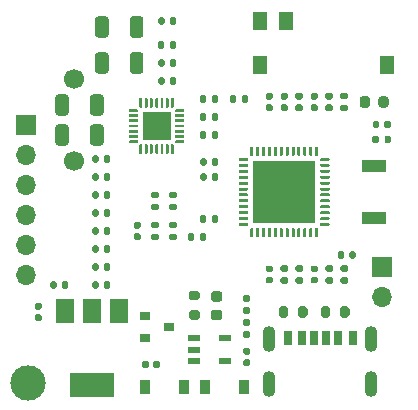
<source format=gts>
G04 #@! TF.GenerationSoftware,KiCad,Pcbnew,(5.1.8)-1*
G04 #@! TF.CreationDate,2021-01-25T23:00:58-08:00*
G04 #@! TF.ProjectId,audioboard,61756469-6f62-46f6-9172-642e6b696361,rev?*
G04 #@! TF.SameCoordinates,Original*
G04 #@! TF.FileFunction,Soldermask,Top*
G04 #@! TF.FilePolarity,Negative*
%FSLAX46Y46*%
G04 Gerber Fmt 4.6, Leading zero omitted, Abs format (unit mm)*
G04 Created by KiCad (PCBNEW (5.1.8)-1) date 2021-01-25 23:00:58*
%MOMM*%
%LPD*%
G01*
G04 APERTURE LIST*
%ADD10R,0.800000X1.200000*%
%ADD11R,0.760000X1.200000*%
%ADD12R,0.700000X1.200000*%
%ADD13O,1.100000X2.200000*%
%ADD14C,3.000000*%
%ADD15O,1.700000X1.700000*%
%ADD16R,1.700000X1.700000*%
%ADD17R,1.500000X2.000000*%
%ADD18R,3.800000X2.000000*%
%ADD19R,5.300000X5.300000*%
%ADD20R,2.400000X2.400000*%
%ADD21C,0.100000*%
%ADD22R,2.000000X1.050000*%
%ADD23R,0.900000X0.800000*%
%ADD24C,1.700000*%
%ADD25R,1.050000X0.550000*%
%ADD26R,1.200000X1.500000*%
%ADD27R,0.900000X1.200000*%
G04 APERTURE END LIST*
G36*
G01*
X200487500Y-75120000D02*
X200832500Y-75120000D01*
G75*
G02*
X200980000Y-75267500I0J-147500D01*
G01*
X200980000Y-75562500D01*
G75*
G02*
X200832500Y-75710000I-147500J0D01*
G01*
X200487500Y-75710000D01*
G75*
G02*
X200340000Y-75562500I0J147500D01*
G01*
X200340000Y-75267500D01*
G75*
G02*
X200487500Y-75120000I147500J0D01*
G01*
G37*
G36*
G01*
X200487500Y-74150000D02*
X200832500Y-74150000D01*
G75*
G02*
X200980000Y-74297500I0J-147500D01*
G01*
X200980000Y-74592500D01*
G75*
G02*
X200832500Y-74740000I-147500J0D01*
G01*
X200487500Y-74740000D01*
G75*
G02*
X200340000Y-74592500I0J147500D01*
G01*
X200340000Y-74297500D01*
G75*
G02*
X200487500Y-74150000I147500J0D01*
G01*
G37*
D10*
X197148000Y-94916000D03*
X202648000Y-94916000D03*
D11*
X198378000Y-94916000D03*
X201418000Y-94916000D03*
D12*
X199398000Y-94916000D03*
X200398000Y-94916000D03*
D13*
X195578000Y-94996000D03*
X204218000Y-94996000D03*
X195578000Y-98796000D03*
X204218000Y-98796000D03*
D14*
X175133000Y-98679000D03*
G36*
G01*
X204865000Y-77920000D02*
X204865000Y-78290000D01*
G75*
G02*
X204730000Y-78425000I-135000J0D01*
G01*
X204460000Y-78425000D01*
G75*
G02*
X204325000Y-78290000I0J135000D01*
G01*
X204325000Y-77920000D01*
G75*
G02*
X204460000Y-77785000I135000J0D01*
G01*
X204730000Y-77785000D01*
G75*
G02*
X204865000Y-77920000I0J-135000D01*
G01*
G37*
G36*
G01*
X205885000Y-77920000D02*
X205885000Y-78290000D01*
G75*
G02*
X205750000Y-78425000I-135000J0D01*
G01*
X205480000Y-78425000D01*
G75*
G02*
X205345000Y-78290000I0J135000D01*
G01*
X205345000Y-77920000D01*
G75*
G02*
X205480000Y-77785000I135000J0D01*
G01*
X205750000Y-77785000D01*
G75*
G02*
X205885000Y-77920000I0J-135000D01*
G01*
G37*
D15*
X205105000Y-91440000D03*
D16*
X205105000Y-88900000D03*
G36*
G01*
X201745000Y-89775000D02*
X202115000Y-89775000D01*
G75*
G02*
X202250000Y-89910000I0J-135000D01*
G01*
X202250000Y-90180000D01*
G75*
G02*
X202115000Y-90315000I-135000J0D01*
G01*
X201745000Y-90315000D01*
G75*
G02*
X201610000Y-90180000I0J135000D01*
G01*
X201610000Y-89910000D01*
G75*
G02*
X201745000Y-89775000I135000J0D01*
G01*
G37*
G36*
G01*
X201745000Y-88755000D02*
X202115000Y-88755000D01*
G75*
G02*
X202250000Y-88890000I0J-135000D01*
G01*
X202250000Y-89160000D01*
G75*
G02*
X202115000Y-89295000I-135000J0D01*
G01*
X201745000Y-89295000D01*
G75*
G02*
X201610000Y-89160000I0J135000D01*
G01*
X201610000Y-88890000D01*
G75*
G02*
X201745000Y-88755000I135000J0D01*
G01*
G37*
G36*
G01*
X198305000Y-89295000D02*
X197935000Y-89295000D01*
G75*
G02*
X197800000Y-89160000I0J135000D01*
G01*
X197800000Y-88890000D01*
G75*
G02*
X197935000Y-88755000I135000J0D01*
G01*
X198305000Y-88755000D01*
G75*
G02*
X198440000Y-88890000I0J-135000D01*
G01*
X198440000Y-89160000D01*
G75*
G02*
X198305000Y-89295000I-135000J0D01*
G01*
G37*
G36*
G01*
X198305000Y-90315000D02*
X197935000Y-90315000D01*
G75*
G02*
X197800000Y-90180000I0J135000D01*
G01*
X197800000Y-89910000D01*
G75*
G02*
X197935000Y-89775000I135000J0D01*
G01*
X198305000Y-89775000D01*
G75*
G02*
X198440000Y-89910000I0J-135000D01*
G01*
X198440000Y-90180000D01*
G75*
G02*
X198305000Y-90315000I-135000J0D01*
G01*
G37*
G36*
G01*
X187184000Y-70289000D02*
X187184000Y-69919000D01*
G75*
G02*
X187319000Y-69784000I135000J0D01*
G01*
X187589000Y-69784000D01*
G75*
G02*
X187724000Y-69919000I0J-135000D01*
G01*
X187724000Y-70289000D01*
G75*
G02*
X187589000Y-70424000I-135000J0D01*
G01*
X187319000Y-70424000D01*
G75*
G02*
X187184000Y-70289000I0J135000D01*
G01*
G37*
G36*
G01*
X186164000Y-70289000D02*
X186164000Y-69919000D01*
G75*
G02*
X186299000Y-69784000I135000J0D01*
G01*
X186569000Y-69784000D01*
G75*
G02*
X186704000Y-69919000I0J-135000D01*
G01*
X186704000Y-70289000D01*
G75*
G02*
X186569000Y-70424000I-135000J0D01*
G01*
X186299000Y-70424000D01*
G75*
G02*
X186164000Y-70289000I0J135000D01*
G01*
G37*
G36*
G01*
X201745000Y-75170000D02*
X202115000Y-75170000D01*
G75*
G02*
X202250000Y-75305000I0J-135000D01*
G01*
X202250000Y-75575000D01*
G75*
G02*
X202115000Y-75710000I-135000J0D01*
G01*
X201745000Y-75710000D01*
G75*
G02*
X201610000Y-75575000I0J135000D01*
G01*
X201610000Y-75305000D01*
G75*
G02*
X201745000Y-75170000I135000J0D01*
G01*
G37*
G36*
G01*
X201745000Y-74150000D02*
X202115000Y-74150000D01*
G75*
G02*
X202250000Y-74285000I0J-135000D01*
G01*
X202250000Y-74555000D01*
G75*
G02*
X202115000Y-74690000I-135000J0D01*
G01*
X201745000Y-74690000D01*
G75*
G02*
X201610000Y-74555000I0J135000D01*
G01*
X201610000Y-74285000D01*
G75*
G02*
X201745000Y-74150000I135000J0D01*
G01*
G37*
G36*
G01*
X190260000Y-84651000D02*
X190260000Y-85021000D01*
G75*
G02*
X190125000Y-85156000I-135000J0D01*
G01*
X189855000Y-85156000D01*
G75*
G02*
X189720000Y-85021000I0J135000D01*
G01*
X189720000Y-84651000D01*
G75*
G02*
X189855000Y-84516000I135000J0D01*
G01*
X190125000Y-84516000D01*
G75*
G02*
X190260000Y-84651000I0J-135000D01*
G01*
G37*
G36*
G01*
X191280000Y-84651000D02*
X191280000Y-85021000D01*
G75*
G02*
X191145000Y-85156000I-135000J0D01*
G01*
X190875000Y-85156000D01*
G75*
G02*
X190740000Y-85021000I0J135000D01*
G01*
X190740000Y-84651000D01*
G75*
G02*
X190875000Y-84516000I135000J0D01*
G01*
X191145000Y-84516000D01*
G75*
G02*
X191280000Y-84651000I0J-135000D01*
G01*
G37*
G36*
G01*
X189244000Y-86175000D02*
X189244000Y-86545000D01*
G75*
G02*
X189109000Y-86680000I-135000J0D01*
G01*
X188839000Y-86680000D01*
G75*
G02*
X188704000Y-86545000I0J135000D01*
G01*
X188704000Y-86175000D01*
G75*
G02*
X188839000Y-86040000I135000J0D01*
G01*
X189109000Y-86040000D01*
G75*
G02*
X189244000Y-86175000I0J-135000D01*
G01*
G37*
G36*
G01*
X190264000Y-86175000D02*
X190264000Y-86545000D01*
G75*
G02*
X190129000Y-86680000I-135000J0D01*
G01*
X189859000Y-86680000D01*
G75*
G02*
X189724000Y-86545000I0J135000D01*
G01*
X189724000Y-86175000D01*
G75*
G02*
X189859000Y-86040000I135000J0D01*
G01*
X190129000Y-86040000D01*
G75*
G02*
X190264000Y-86175000I0J-135000D01*
G01*
G37*
G36*
G01*
X186113000Y-85612000D02*
X185743000Y-85612000D01*
G75*
G02*
X185608000Y-85477000I0J135000D01*
G01*
X185608000Y-85207000D01*
G75*
G02*
X185743000Y-85072000I135000J0D01*
G01*
X186113000Y-85072000D01*
G75*
G02*
X186248000Y-85207000I0J-135000D01*
G01*
X186248000Y-85477000D01*
G75*
G02*
X186113000Y-85612000I-135000J0D01*
G01*
G37*
G36*
G01*
X186113000Y-86632000D02*
X185743000Y-86632000D01*
G75*
G02*
X185608000Y-86497000I0J135000D01*
G01*
X185608000Y-86227000D01*
G75*
G02*
X185743000Y-86092000I135000J0D01*
G01*
X186113000Y-86092000D01*
G75*
G02*
X186248000Y-86227000I0J-135000D01*
G01*
X186248000Y-86497000D01*
G75*
G02*
X186113000Y-86632000I-135000J0D01*
G01*
G37*
G36*
G01*
X187267000Y-83552000D02*
X187637000Y-83552000D01*
G75*
G02*
X187772000Y-83687000I0J-135000D01*
G01*
X187772000Y-83957000D01*
G75*
G02*
X187637000Y-84092000I-135000J0D01*
G01*
X187267000Y-84092000D01*
G75*
G02*
X187132000Y-83957000I0J135000D01*
G01*
X187132000Y-83687000D01*
G75*
G02*
X187267000Y-83552000I135000J0D01*
G01*
G37*
G36*
G01*
X187267000Y-82532000D02*
X187637000Y-82532000D01*
G75*
G02*
X187772000Y-82667000I0J-135000D01*
G01*
X187772000Y-82937000D01*
G75*
G02*
X187637000Y-83072000I-135000J0D01*
G01*
X187267000Y-83072000D01*
G75*
G02*
X187132000Y-82937000I0J135000D01*
G01*
X187132000Y-82667000D01*
G75*
G02*
X187267000Y-82532000I135000J0D01*
G01*
G37*
G36*
G01*
X186113000Y-83072000D02*
X185743000Y-83072000D01*
G75*
G02*
X185608000Y-82937000I0J135000D01*
G01*
X185608000Y-82667000D01*
G75*
G02*
X185743000Y-82532000I135000J0D01*
G01*
X186113000Y-82532000D01*
G75*
G02*
X186248000Y-82667000I0J-135000D01*
G01*
X186248000Y-82937000D01*
G75*
G02*
X186113000Y-83072000I-135000J0D01*
G01*
G37*
G36*
G01*
X186113000Y-84092000D02*
X185743000Y-84092000D01*
G75*
G02*
X185608000Y-83957000I0J135000D01*
G01*
X185608000Y-83687000D01*
G75*
G02*
X185743000Y-83552000I135000J0D01*
G01*
X186113000Y-83552000D01*
G75*
G02*
X186248000Y-83687000I0J-135000D01*
G01*
X186248000Y-83957000D01*
G75*
G02*
X186113000Y-84092000I-135000J0D01*
G01*
G37*
G36*
G01*
X193490000Y-94345000D02*
X193860000Y-94345000D01*
G75*
G02*
X193995000Y-94480000I0J-135000D01*
G01*
X193995000Y-94750000D01*
G75*
G02*
X193860000Y-94885000I-135000J0D01*
G01*
X193490000Y-94885000D01*
G75*
G02*
X193355000Y-94750000I0J135000D01*
G01*
X193355000Y-94480000D01*
G75*
G02*
X193490000Y-94345000I135000J0D01*
G01*
G37*
G36*
G01*
X193490000Y-93325000D02*
X193860000Y-93325000D01*
G75*
G02*
X193995000Y-93460000I0J-135000D01*
G01*
X193995000Y-93730000D01*
G75*
G02*
X193860000Y-93865000I-135000J0D01*
G01*
X193490000Y-93865000D01*
G75*
G02*
X193355000Y-93730000I0J135000D01*
G01*
X193355000Y-93460000D01*
G75*
G02*
X193490000Y-93325000I135000J0D01*
G01*
G37*
G36*
G01*
X193490000Y-92315000D02*
X193860000Y-92315000D01*
G75*
G02*
X193995000Y-92450000I0J-135000D01*
G01*
X193995000Y-92720000D01*
G75*
G02*
X193860000Y-92855000I-135000J0D01*
G01*
X193490000Y-92855000D01*
G75*
G02*
X193355000Y-92720000I0J135000D01*
G01*
X193355000Y-92450000D01*
G75*
G02*
X193490000Y-92315000I135000J0D01*
G01*
G37*
G36*
G01*
X193490000Y-91295000D02*
X193860000Y-91295000D01*
G75*
G02*
X193995000Y-91430000I0J-135000D01*
G01*
X193995000Y-91700000D01*
G75*
G02*
X193860000Y-91835000I-135000J0D01*
G01*
X193490000Y-91835000D01*
G75*
G02*
X193355000Y-91700000I0J135000D01*
G01*
X193355000Y-91430000D01*
G75*
G02*
X193490000Y-91295000I135000J0D01*
G01*
G37*
D17*
X182894000Y-92608000D03*
X178294000Y-92608000D03*
X180594000Y-92608000D03*
D18*
X180594000Y-98908000D03*
D19*
X196850000Y-82550000D03*
G36*
G01*
X199962500Y-79675000D02*
X200637500Y-79675000D01*
G75*
G02*
X200700000Y-79737500I0J-62500D01*
G01*
X200700000Y-79862500D01*
G75*
G02*
X200637500Y-79925000I-62500J0D01*
G01*
X199962500Y-79925000D01*
G75*
G02*
X199900000Y-79862500I0J62500D01*
G01*
X199900000Y-79737500D01*
G75*
G02*
X199962500Y-79675000I62500J0D01*
G01*
G37*
G36*
G01*
X199962500Y-80175000D02*
X200637500Y-80175000D01*
G75*
G02*
X200700000Y-80237500I0J-62500D01*
G01*
X200700000Y-80362500D01*
G75*
G02*
X200637500Y-80425000I-62500J0D01*
G01*
X199962500Y-80425000D01*
G75*
G02*
X199900000Y-80362500I0J62500D01*
G01*
X199900000Y-80237500D01*
G75*
G02*
X199962500Y-80175000I62500J0D01*
G01*
G37*
G36*
G01*
X199962500Y-80675000D02*
X200637500Y-80675000D01*
G75*
G02*
X200700000Y-80737500I0J-62500D01*
G01*
X200700000Y-80862500D01*
G75*
G02*
X200637500Y-80925000I-62500J0D01*
G01*
X199962500Y-80925000D01*
G75*
G02*
X199900000Y-80862500I0J62500D01*
G01*
X199900000Y-80737500D01*
G75*
G02*
X199962500Y-80675000I62500J0D01*
G01*
G37*
G36*
G01*
X199962500Y-81175000D02*
X200637500Y-81175000D01*
G75*
G02*
X200700000Y-81237500I0J-62500D01*
G01*
X200700000Y-81362500D01*
G75*
G02*
X200637500Y-81425000I-62500J0D01*
G01*
X199962500Y-81425000D01*
G75*
G02*
X199900000Y-81362500I0J62500D01*
G01*
X199900000Y-81237500D01*
G75*
G02*
X199962500Y-81175000I62500J0D01*
G01*
G37*
G36*
G01*
X199962500Y-81675000D02*
X200637500Y-81675000D01*
G75*
G02*
X200700000Y-81737500I0J-62500D01*
G01*
X200700000Y-81862500D01*
G75*
G02*
X200637500Y-81925000I-62500J0D01*
G01*
X199962500Y-81925000D01*
G75*
G02*
X199900000Y-81862500I0J62500D01*
G01*
X199900000Y-81737500D01*
G75*
G02*
X199962500Y-81675000I62500J0D01*
G01*
G37*
G36*
G01*
X199962500Y-82175000D02*
X200637500Y-82175000D01*
G75*
G02*
X200700000Y-82237500I0J-62500D01*
G01*
X200700000Y-82362500D01*
G75*
G02*
X200637500Y-82425000I-62500J0D01*
G01*
X199962500Y-82425000D01*
G75*
G02*
X199900000Y-82362500I0J62500D01*
G01*
X199900000Y-82237500D01*
G75*
G02*
X199962500Y-82175000I62500J0D01*
G01*
G37*
G36*
G01*
X199962500Y-82675000D02*
X200637500Y-82675000D01*
G75*
G02*
X200700000Y-82737500I0J-62500D01*
G01*
X200700000Y-82862500D01*
G75*
G02*
X200637500Y-82925000I-62500J0D01*
G01*
X199962500Y-82925000D01*
G75*
G02*
X199900000Y-82862500I0J62500D01*
G01*
X199900000Y-82737500D01*
G75*
G02*
X199962500Y-82675000I62500J0D01*
G01*
G37*
G36*
G01*
X199962500Y-83175000D02*
X200637500Y-83175000D01*
G75*
G02*
X200700000Y-83237500I0J-62500D01*
G01*
X200700000Y-83362500D01*
G75*
G02*
X200637500Y-83425000I-62500J0D01*
G01*
X199962500Y-83425000D01*
G75*
G02*
X199900000Y-83362500I0J62500D01*
G01*
X199900000Y-83237500D01*
G75*
G02*
X199962500Y-83175000I62500J0D01*
G01*
G37*
G36*
G01*
X199962500Y-83675000D02*
X200637500Y-83675000D01*
G75*
G02*
X200700000Y-83737500I0J-62500D01*
G01*
X200700000Y-83862500D01*
G75*
G02*
X200637500Y-83925000I-62500J0D01*
G01*
X199962500Y-83925000D01*
G75*
G02*
X199900000Y-83862500I0J62500D01*
G01*
X199900000Y-83737500D01*
G75*
G02*
X199962500Y-83675000I62500J0D01*
G01*
G37*
G36*
G01*
X199962500Y-84175000D02*
X200637500Y-84175000D01*
G75*
G02*
X200700000Y-84237500I0J-62500D01*
G01*
X200700000Y-84362500D01*
G75*
G02*
X200637500Y-84425000I-62500J0D01*
G01*
X199962500Y-84425000D01*
G75*
G02*
X199900000Y-84362500I0J62500D01*
G01*
X199900000Y-84237500D01*
G75*
G02*
X199962500Y-84175000I62500J0D01*
G01*
G37*
G36*
G01*
X199962500Y-84675000D02*
X200637500Y-84675000D01*
G75*
G02*
X200700000Y-84737500I0J-62500D01*
G01*
X200700000Y-84862500D01*
G75*
G02*
X200637500Y-84925000I-62500J0D01*
G01*
X199962500Y-84925000D01*
G75*
G02*
X199900000Y-84862500I0J62500D01*
G01*
X199900000Y-84737500D01*
G75*
G02*
X199962500Y-84675000I62500J0D01*
G01*
G37*
G36*
G01*
X199962500Y-85175000D02*
X200637500Y-85175000D01*
G75*
G02*
X200700000Y-85237500I0J-62500D01*
G01*
X200700000Y-85362500D01*
G75*
G02*
X200637500Y-85425000I-62500J0D01*
G01*
X199962500Y-85425000D01*
G75*
G02*
X199900000Y-85362500I0J62500D01*
G01*
X199900000Y-85237500D01*
G75*
G02*
X199962500Y-85175000I62500J0D01*
G01*
G37*
G36*
G01*
X199537500Y-85600000D02*
X199662500Y-85600000D01*
G75*
G02*
X199725000Y-85662500I0J-62500D01*
G01*
X199725000Y-86337500D01*
G75*
G02*
X199662500Y-86400000I-62500J0D01*
G01*
X199537500Y-86400000D01*
G75*
G02*
X199475000Y-86337500I0J62500D01*
G01*
X199475000Y-85662500D01*
G75*
G02*
X199537500Y-85600000I62500J0D01*
G01*
G37*
G36*
G01*
X199037500Y-85600000D02*
X199162500Y-85600000D01*
G75*
G02*
X199225000Y-85662500I0J-62500D01*
G01*
X199225000Y-86337500D01*
G75*
G02*
X199162500Y-86400000I-62500J0D01*
G01*
X199037500Y-86400000D01*
G75*
G02*
X198975000Y-86337500I0J62500D01*
G01*
X198975000Y-85662500D01*
G75*
G02*
X199037500Y-85600000I62500J0D01*
G01*
G37*
G36*
G01*
X198537500Y-85600000D02*
X198662500Y-85600000D01*
G75*
G02*
X198725000Y-85662500I0J-62500D01*
G01*
X198725000Y-86337500D01*
G75*
G02*
X198662500Y-86400000I-62500J0D01*
G01*
X198537500Y-86400000D01*
G75*
G02*
X198475000Y-86337500I0J62500D01*
G01*
X198475000Y-85662500D01*
G75*
G02*
X198537500Y-85600000I62500J0D01*
G01*
G37*
G36*
G01*
X198037500Y-85600000D02*
X198162500Y-85600000D01*
G75*
G02*
X198225000Y-85662500I0J-62500D01*
G01*
X198225000Y-86337500D01*
G75*
G02*
X198162500Y-86400000I-62500J0D01*
G01*
X198037500Y-86400000D01*
G75*
G02*
X197975000Y-86337500I0J62500D01*
G01*
X197975000Y-85662500D01*
G75*
G02*
X198037500Y-85600000I62500J0D01*
G01*
G37*
G36*
G01*
X197537500Y-85600000D02*
X197662500Y-85600000D01*
G75*
G02*
X197725000Y-85662500I0J-62500D01*
G01*
X197725000Y-86337500D01*
G75*
G02*
X197662500Y-86400000I-62500J0D01*
G01*
X197537500Y-86400000D01*
G75*
G02*
X197475000Y-86337500I0J62500D01*
G01*
X197475000Y-85662500D01*
G75*
G02*
X197537500Y-85600000I62500J0D01*
G01*
G37*
G36*
G01*
X197037500Y-85600000D02*
X197162500Y-85600000D01*
G75*
G02*
X197225000Y-85662500I0J-62500D01*
G01*
X197225000Y-86337500D01*
G75*
G02*
X197162500Y-86400000I-62500J0D01*
G01*
X197037500Y-86400000D01*
G75*
G02*
X196975000Y-86337500I0J62500D01*
G01*
X196975000Y-85662500D01*
G75*
G02*
X197037500Y-85600000I62500J0D01*
G01*
G37*
G36*
G01*
X196537500Y-85600000D02*
X196662500Y-85600000D01*
G75*
G02*
X196725000Y-85662500I0J-62500D01*
G01*
X196725000Y-86337500D01*
G75*
G02*
X196662500Y-86400000I-62500J0D01*
G01*
X196537500Y-86400000D01*
G75*
G02*
X196475000Y-86337500I0J62500D01*
G01*
X196475000Y-85662500D01*
G75*
G02*
X196537500Y-85600000I62500J0D01*
G01*
G37*
G36*
G01*
X196037500Y-85600000D02*
X196162500Y-85600000D01*
G75*
G02*
X196225000Y-85662500I0J-62500D01*
G01*
X196225000Y-86337500D01*
G75*
G02*
X196162500Y-86400000I-62500J0D01*
G01*
X196037500Y-86400000D01*
G75*
G02*
X195975000Y-86337500I0J62500D01*
G01*
X195975000Y-85662500D01*
G75*
G02*
X196037500Y-85600000I62500J0D01*
G01*
G37*
G36*
G01*
X195537500Y-85600000D02*
X195662500Y-85600000D01*
G75*
G02*
X195725000Y-85662500I0J-62500D01*
G01*
X195725000Y-86337500D01*
G75*
G02*
X195662500Y-86400000I-62500J0D01*
G01*
X195537500Y-86400000D01*
G75*
G02*
X195475000Y-86337500I0J62500D01*
G01*
X195475000Y-85662500D01*
G75*
G02*
X195537500Y-85600000I62500J0D01*
G01*
G37*
G36*
G01*
X195037500Y-85600000D02*
X195162500Y-85600000D01*
G75*
G02*
X195225000Y-85662500I0J-62500D01*
G01*
X195225000Y-86337500D01*
G75*
G02*
X195162500Y-86400000I-62500J0D01*
G01*
X195037500Y-86400000D01*
G75*
G02*
X194975000Y-86337500I0J62500D01*
G01*
X194975000Y-85662500D01*
G75*
G02*
X195037500Y-85600000I62500J0D01*
G01*
G37*
G36*
G01*
X194537500Y-85600000D02*
X194662500Y-85600000D01*
G75*
G02*
X194725000Y-85662500I0J-62500D01*
G01*
X194725000Y-86337500D01*
G75*
G02*
X194662500Y-86400000I-62500J0D01*
G01*
X194537500Y-86400000D01*
G75*
G02*
X194475000Y-86337500I0J62500D01*
G01*
X194475000Y-85662500D01*
G75*
G02*
X194537500Y-85600000I62500J0D01*
G01*
G37*
G36*
G01*
X194037500Y-85600000D02*
X194162500Y-85600000D01*
G75*
G02*
X194225000Y-85662500I0J-62500D01*
G01*
X194225000Y-86337500D01*
G75*
G02*
X194162500Y-86400000I-62500J0D01*
G01*
X194037500Y-86400000D01*
G75*
G02*
X193975000Y-86337500I0J62500D01*
G01*
X193975000Y-85662500D01*
G75*
G02*
X194037500Y-85600000I62500J0D01*
G01*
G37*
G36*
G01*
X193062500Y-85175000D02*
X193737500Y-85175000D01*
G75*
G02*
X193800000Y-85237500I0J-62500D01*
G01*
X193800000Y-85362500D01*
G75*
G02*
X193737500Y-85425000I-62500J0D01*
G01*
X193062500Y-85425000D01*
G75*
G02*
X193000000Y-85362500I0J62500D01*
G01*
X193000000Y-85237500D01*
G75*
G02*
X193062500Y-85175000I62500J0D01*
G01*
G37*
G36*
G01*
X193062500Y-84675000D02*
X193737500Y-84675000D01*
G75*
G02*
X193800000Y-84737500I0J-62500D01*
G01*
X193800000Y-84862500D01*
G75*
G02*
X193737500Y-84925000I-62500J0D01*
G01*
X193062500Y-84925000D01*
G75*
G02*
X193000000Y-84862500I0J62500D01*
G01*
X193000000Y-84737500D01*
G75*
G02*
X193062500Y-84675000I62500J0D01*
G01*
G37*
G36*
G01*
X193062500Y-84175000D02*
X193737500Y-84175000D01*
G75*
G02*
X193800000Y-84237500I0J-62500D01*
G01*
X193800000Y-84362500D01*
G75*
G02*
X193737500Y-84425000I-62500J0D01*
G01*
X193062500Y-84425000D01*
G75*
G02*
X193000000Y-84362500I0J62500D01*
G01*
X193000000Y-84237500D01*
G75*
G02*
X193062500Y-84175000I62500J0D01*
G01*
G37*
G36*
G01*
X193062500Y-83675000D02*
X193737500Y-83675000D01*
G75*
G02*
X193800000Y-83737500I0J-62500D01*
G01*
X193800000Y-83862500D01*
G75*
G02*
X193737500Y-83925000I-62500J0D01*
G01*
X193062500Y-83925000D01*
G75*
G02*
X193000000Y-83862500I0J62500D01*
G01*
X193000000Y-83737500D01*
G75*
G02*
X193062500Y-83675000I62500J0D01*
G01*
G37*
G36*
G01*
X193062500Y-83175000D02*
X193737500Y-83175000D01*
G75*
G02*
X193800000Y-83237500I0J-62500D01*
G01*
X193800000Y-83362500D01*
G75*
G02*
X193737500Y-83425000I-62500J0D01*
G01*
X193062500Y-83425000D01*
G75*
G02*
X193000000Y-83362500I0J62500D01*
G01*
X193000000Y-83237500D01*
G75*
G02*
X193062500Y-83175000I62500J0D01*
G01*
G37*
G36*
G01*
X193062500Y-82675000D02*
X193737500Y-82675000D01*
G75*
G02*
X193800000Y-82737500I0J-62500D01*
G01*
X193800000Y-82862500D01*
G75*
G02*
X193737500Y-82925000I-62500J0D01*
G01*
X193062500Y-82925000D01*
G75*
G02*
X193000000Y-82862500I0J62500D01*
G01*
X193000000Y-82737500D01*
G75*
G02*
X193062500Y-82675000I62500J0D01*
G01*
G37*
G36*
G01*
X193062500Y-82175000D02*
X193737500Y-82175000D01*
G75*
G02*
X193800000Y-82237500I0J-62500D01*
G01*
X193800000Y-82362500D01*
G75*
G02*
X193737500Y-82425000I-62500J0D01*
G01*
X193062500Y-82425000D01*
G75*
G02*
X193000000Y-82362500I0J62500D01*
G01*
X193000000Y-82237500D01*
G75*
G02*
X193062500Y-82175000I62500J0D01*
G01*
G37*
G36*
G01*
X193062500Y-81675000D02*
X193737500Y-81675000D01*
G75*
G02*
X193800000Y-81737500I0J-62500D01*
G01*
X193800000Y-81862500D01*
G75*
G02*
X193737500Y-81925000I-62500J0D01*
G01*
X193062500Y-81925000D01*
G75*
G02*
X193000000Y-81862500I0J62500D01*
G01*
X193000000Y-81737500D01*
G75*
G02*
X193062500Y-81675000I62500J0D01*
G01*
G37*
G36*
G01*
X193062500Y-81175000D02*
X193737500Y-81175000D01*
G75*
G02*
X193800000Y-81237500I0J-62500D01*
G01*
X193800000Y-81362500D01*
G75*
G02*
X193737500Y-81425000I-62500J0D01*
G01*
X193062500Y-81425000D01*
G75*
G02*
X193000000Y-81362500I0J62500D01*
G01*
X193000000Y-81237500D01*
G75*
G02*
X193062500Y-81175000I62500J0D01*
G01*
G37*
G36*
G01*
X193062500Y-80675000D02*
X193737500Y-80675000D01*
G75*
G02*
X193800000Y-80737500I0J-62500D01*
G01*
X193800000Y-80862500D01*
G75*
G02*
X193737500Y-80925000I-62500J0D01*
G01*
X193062500Y-80925000D01*
G75*
G02*
X193000000Y-80862500I0J62500D01*
G01*
X193000000Y-80737500D01*
G75*
G02*
X193062500Y-80675000I62500J0D01*
G01*
G37*
G36*
G01*
X193062500Y-80175000D02*
X193737500Y-80175000D01*
G75*
G02*
X193800000Y-80237500I0J-62500D01*
G01*
X193800000Y-80362500D01*
G75*
G02*
X193737500Y-80425000I-62500J0D01*
G01*
X193062500Y-80425000D01*
G75*
G02*
X193000000Y-80362500I0J62500D01*
G01*
X193000000Y-80237500D01*
G75*
G02*
X193062500Y-80175000I62500J0D01*
G01*
G37*
G36*
G01*
X193062500Y-79675000D02*
X193737500Y-79675000D01*
G75*
G02*
X193800000Y-79737500I0J-62500D01*
G01*
X193800000Y-79862500D01*
G75*
G02*
X193737500Y-79925000I-62500J0D01*
G01*
X193062500Y-79925000D01*
G75*
G02*
X193000000Y-79862500I0J62500D01*
G01*
X193000000Y-79737500D01*
G75*
G02*
X193062500Y-79675000I62500J0D01*
G01*
G37*
G36*
G01*
X194037500Y-78700000D02*
X194162500Y-78700000D01*
G75*
G02*
X194225000Y-78762500I0J-62500D01*
G01*
X194225000Y-79437500D01*
G75*
G02*
X194162500Y-79500000I-62500J0D01*
G01*
X194037500Y-79500000D01*
G75*
G02*
X193975000Y-79437500I0J62500D01*
G01*
X193975000Y-78762500D01*
G75*
G02*
X194037500Y-78700000I62500J0D01*
G01*
G37*
G36*
G01*
X194537500Y-78700000D02*
X194662500Y-78700000D01*
G75*
G02*
X194725000Y-78762500I0J-62500D01*
G01*
X194725000Y-79437500D01*
G75*
G02*
X194662500Y-79500000I-62500J0D01*
G01*
X194537500Y-79500000D01*
G75*
G02*
X194475000Y-79437500I0J62500D01*
G01*
X194475000Y-78762500D01*
G75*
G02*
X194537500Y-78700000I62500J0D01*
G01*
G37*
G36*
G01*
X195037500Y-78700000D02*
X195162500Y-78700000D01*
G75*
G02*
X195225000Y-78762500I0J-62500D01*
G01*
X195225000Y-79437500D01*
G75*
G02*
X195162500Y-79500000I-62500J0D01*
G01*
X195037500Y-79500000D01*
G75*
G02*
X194975000Y-79437500I0J62500D01*
G01*
X194975000Y-78762500D01*
G75*
G02*
X195037500Y-78700000I62500J0D01*
G01*
G37*
G36*
G01*
X195537500Y-78700000D02*
X195662500Y-78700000D01*
G75*
G02*
X195725000Y-78762500I0J-62500D01*
G01*
X195725000Y-79437500D01*
G75*
G02*
X195662500Y-79500000I-62500J0D01*
G01*
X195537500Y-79500000D01*
G75*
G02*
X195475000Y-79437500I0J62500D01*
G01*
X195475000Y-78762500D01*
G75*
G02*
X195537500Y-78700000I62500J0D01*
G01*
G37*
G36*
G01*
X196037500Y-78700000D02*
X196162500Y-78700000D01*
G75*
G02*
X196225000Y-78762500I0J-62500D01*
G01*
X196225000Y-79437500D01*
G75*
G02*
X196162500Y-79500000I-62500J0D01*
G01*
X196037500Y-79500000D01*
G75*
G02*
X195975000Y-79437500I0J62500D01*
G01*
X195975000Y-78762500D01*
G75*
G02*
X196037500Y-78700000I62500J0D01*
G01*
G37*
G36*
G01*
X196537500Y-78700000D02*
X196662500Y-78700000D01*
G75*
G02*
X196725000Y-78762500I0J-62500D01*
G01*
X196725000Y-79437500D01*
G75*
G02*
X196662500Y-79500000I-62500J0D01*
G01*
X196537500Y-79500000D01*
G75*
G02*
X196475000Y-79437500I0J62500D01*
G01*
X196475000Y-78762500D01*
G75*
G02*
X196537500Y-78700000I62500J0D01*
G01*
G37*
G36*
G01*
X197037500Y-78700000D02*
X197162500Y-78700000D01*
G75*
G02*
X197225000Y-78762500I0J-62500D01*
G01*
X197225000Y-79437500D01*
G75*
G02*
X197162500Y-79500000I-62500J0D01*
G01*
X197037500Y-79500000D01*
G75*
G02*
X196975000Y-79437500I0J62500D01*
G01*
X196975000Y-78762500D01*
G75*
G02*
X197037500Y-78700000I62500J0D01*
G01*
G37*
G36*
G01*
X197537500Y-78700000D02*
X197662500Y-78700000D01*
G75*
G02*
X197725000Y-78762500I0J-62500D01*
G01*
X197725000Y-79437500D01*
G75*
G02*
X197662500Y-79500000I-62500J0D01*
G01*
X197537500Y-79500000D01*
G75*
G02*
X197475000Y-79437500I0J62500D01*
G01*
X197475000Y-78762500D01*
G75*
G02*
X197537500Y-78700000I62500J0D01*
G01*
G37*
G36*
G01*
X198037500Y-78700000D02*
X198162500Y-78700000D01*
G75*
G02*
X198225000Y-78762500I0J-62500D01*
G01*
X198225000Y-79437500D01*
G75*
G02*
X198162500Y-79500000I-62500J0D01*
G01*
X198037500Y-79500000D01*
G75*
G02*
X197975000Y-79437500I0J62500D01*
G01*
X197975000Y-78762500D01*
G75*
G02*
X198037500Y-78700000I62500J0D01*
G01*
G37*
G36*
G01*
X198537500Y-78700000D02*
X198662500Y-78700000D01*
G75*
G02*
X198725000Y-78762500I0J-62500D01*
G01*
X198725000Y-79437500D01*
G75*
G02*
X198662500Y-79500000I-62500J0D01*
G01*
X198537500Y-79500000D01*
G75*
G02*
X198475000Y-79437500I0J62500D01*
G01*
X198475000Y-78762500D01*
G75*
G02*
X198537500Y-78700000I62500J0D01*
G01*
G37*
G36*
G01*
X199037500Y-78700000D02*
X199162500Y-78700000D01*
G75*
G02*
X199225000Y-78762500I0J-62500D01*
G01*
X199225000Y-79437500D01*
G75*
G02*
X199162500Y-79500000I-62500J0D01*
G01*
X199037500Y-79500000D01*
G75*
G02*
X198975000Y-79437500I0J62500D01*
G01*
X198975000Y-78762500D01*
G75*
G02*
X199037500Y-78700000I62500J0D01*
G01*
G37*
G36*
G01*
X199537500Y-78700000D02*
X199662500Y-78700000D01*
G75*
G02*
X199725000Y-78762500I0J-62500D01*
G01*
X199725000Y-79437500D01*
G75*
G02*
X199662500Y-79500000I-62500J0D01*
G01*
X199537500Y-79500000D01*
G75*
G02*
X199475000Y-79437500I0J62500D01*
G01*
X199475000Y-78762500D01*
G75*
G02*
X199537500Y-78700000I62500J0D01*
G01*
G37*
D20*
X186055000Y-76962000D03*
D21*
G36*
X187330307Y-79310799D02*
G01*
X187318582Y-79307242D01*
X187307777Y-79301467D01*
X187298306Y-79293694D01*
X187290533Y-79284223D01*
X187284758Y-79273418D01*
X187281201Y-79261693D01*
X187280000Y-79249500D01*
X187280000Y-78574500D01*
X187281201Y-78562307D01*
X187284758Y-78550582D01*
X187290533Y-78539777D01*
X187298306Y-78530306D01*
X187307777Y-78522533D01*
X187318582Y-78516758D01*
X187330307Y-78513201D01*
X187342500Y-78512000D01*
X187404112Y-78512000D01*
X187416305Y-78513201D01*
X187428030Y-78516758D01*
X187438835Y-78522533D01*
X187448306Y-78530306D01*
X187511694Y-78593694D01*
X187519467Y-78603165D01*
X187525242Y-78613970D01*
X187528799Y-78625695D01*
X187530000Y-78637888D01*
X187530000Y-79249500D01*
X187528799Y-79261693D01*
X187525242Y-79273418D01*
X187519467Y-79284223D01*
X187511694Y-79293694D01*
X187502223Y-79301467D01*
X187491418Y-79307242D01*
X187479693Y-79310799D01*
X187467500Y-79312000D01*
X187342500Y-79312000D01*
X187330307Y-79310799D01*
G37*
G36*
G01*
X187080000Y-78574500D02*
X187080000Y-79249500D01*
G75*
G02*
X187017500Y-79312000I-62500J0D01*
G01*
X186892500Y-79312000D01*
G75*
G02*
X186830000Y-79249500I0J62500D01*
G01*
X186830000Y-78574500D01*
G75*
G02*
X186892500Y-78512000I62500J0D01*
G01*
X187017500Y-78512000D01*
G75*
G02*
X187080000Y-78574500I0J-62500D01*
G01*
G37*
G36*
G01*
X186630000Y-78574500D02*
X186630000Y-79249500D01*
G75*
G02*
X186567500Y-79312000I-62500J0D01*
G01*
X186442500Y-79312000D01*
G75*
G02*
X186380000Y-79249500I0J62500D01*
G01*
X186380000Y-78574500D01*
G75*
G02*
X186442500Y-78512000I62500J0D01*
G01*
X186567500Y-78512000D01*
G75*
G02*
X186630000Y-78574500I0J-62500D01*
G01*
G37*
G36*
G01*
X186180000Y-78574500D02*
X186180000Y-79249500D01*
G75*
G02*
X186117500Y-79312000I-62500J0D01*
G01*
X185992500Y-79312000D01*
G75*
G02*
X185930000Y-79249500I0J62500D01*
G01*
X185930000Y-78574500D01*
G75*
G02*
X185992500Y-78512000I62500J0D01*
G01*
X186117500Y-78512000D01*
G75*
G02*
X186180000Y-78574500I0J-62500D01*
G01*
G37*
G36*
G01*
X185730000Y-78574500D02*
X185730000Y-79249500D01*
G75*
G02*
X185667500Y-79312000I-62500J0D01*
G01*
X185542500Y-79312000D01*
G75*
G02*
X185480000Y-79249500I0J62500D01*
G01*
X185480000Y-78574500D01*
G75*
G02*
X185542500Y-78512000I62500J0D01*
G01*
X185667500Y-78512000D01*
G75*
G02*
X185730000Y-78574500I0J-62500D01*
G01*
G37*
G36*
G01*
X185280000Y-78574500D02*
X185280000Y-79249500D01*
G75*
G02*
X185217500Y-79312000I-62500J0D01*
G01*
X185092500Y-79312000D01*
G75*
G02*
X185030000Y-79249500I0J62500D01*
G01*
X185030000Y-78574500D01*
G75*
G02*
X185092500Y-78512000I62500J0D01*
G01*
X185217500Y-78512000D01*
G75*
G02*
X185280000Y-78574500I0J-62500D01*
G01*
G37*
G36*
X184630307Y-79310799D02*
G01*
X184618582Y-79307242D01*
X184607777Y-79301467D01*
X184598306Y-79293694D01*
X184590533Y-79284223D01*
X184584758Y-79273418D01*
X184581201Y-79261693D01*
X184580000Y-79249500D01*
X184580000Y-78637888D01*
X184581201Y-78625695D01*
X184584758Y-78613970D01*
X184590533Y-78603165D01*
X184598306Y-78593694D01*
X184661694Y-78530306D01*
X184671165Y-78522533D01*
X184681970Y-78516758D01*
X184693695Y-78513201D01*
X184705888Y-78512000D01*
X184767500Y-78512000D01*
X184779693Y-78513201D01*
X184791418Y-78516758D01*
X184802223Y-78522533D01*
X184811694Y-78530306D01*
X184819467Y-78539777D01*
X184825242Y-78550582D01*
X184828799Y-78562307D01*
X184830000Y-78574500D01*
X184830000Y-79249500D01*
X184828799Y-79261693D01*
X184825242Y-79273418D01*
X184819467Y-79284223D01*
X184811694Y-79293694D01*
X184802223Y-79301467D01*
X184791418Y-79307242D01*
X184779693Y-79310799D01*
X184767500Y-79312000D01*
X184642500Y-79312000D01*
X184630307Y-79310799D01*
G37*
G36*
X183755307Y-78435799D02*
G01*
X183743582Y-78432242D01*
X183732777Y-78426467D01*
X183723306Y-78418694D01*
X183715533Y-78409223D01*
X183709758Y-78398418D01*
X183706201Y-78386693D01*
X183705000Y-78374500D01*
X183705000Y-78249500D01*
X183706201Y-78237307D01*
X183709758Y-78225582D01*
X183715533Y-78214777D01*
X183723306Y-78205306D01*
X183732777Y-78197533D01*
X183743582Y-78191758D01*
X183755307Y-78188201D01*
X183767500Y-78187000D01*
X184442500Y-78187000D01*
X184454693Y-78188201D01*
X184466418Y-78191758D01*
X184477223Y-78197533D01*
X184486694Y-78205306D01*
X184494467Y-78214777D01*
X184500242Y-78225582D01*
X184503799Y-78237307D01*
X184505000Y-78249500D01*
X184505000Y-78311112D01*
X184503799Y-78323305D01*
X184500242Y-78335030D01*
X184494467Y-78345835D01*
X184486694Y-78355306D01*
X184423306Y-78418694D01*
X184413835Y-78426467D01*
X184403030Y-78432242D01*
X184391305Y-78435799D01*
X184379112Y-78437000D01*
X183767500Y-78437000D01*
X183755307Y-78435799D01*
G37*
G36*
G01*
X184505000Y-77799500D02*
X184505000Y-77924500D01*
G75*
G02*
X184442500Y-77987000I-62500J0D01*
G01*
X183767500Y-77987000D01*
G75*
G02*
X183705000Y-77924500I0J62500D01*
G01*
X183705000Y-77799500D01*
G75*
G02*
X183767500Y-77737000I62500J0D01*
G01*
X184442500Y-77737000D01*
G75*
G02*
X184505000Y-77799500I0J-62500D01*
G01*
G37*
G36*
G01*
X184505000Y-77349500D02*
X184505000Y-77474500D01*
G75*
G02*
X184442500Y-77537000I-62500J0D01*
G01*
X183767500Y-77537000D01*
G75*
G02*
X183705000Y-77474500I0J62500D01*
G01*
X183705000Y-77349500D01*
G75*
G02*
X183767500Y-77287000I62500J0D01*
G01*
X184442500Y-77287000D01*
G75*
G02*
X184505000Y-77349500I0J-62500D01*
G01*
G37*
G36*
G01*
X184505000Y-76899500D02*
X184505000Y-77024500D01*
G75*
G02*
X184442500Y-77087000I-62500J0D01*
G01*
X183767500Y-77087000D01*
G75*
G02*
X183705000Y-77024500I0J62500D01*
G01*
X183705000Y-76899500D01*
G75*
G02*
X183767500Y-76837000I62500J0D01*
G01*
X184442500Y-76837000D01*
G75*
G02*
X184505000Y-76899500I0J-62500D01*
G01*
G37*
G36*
G01*
X184505000Y-76449500D02*
X184505000Y-76574500D01*
G75*
G02*
X184442500Y-76637000I-62500J0D01*
G01*
X183767500Y-76637000D01*
G75*
G02*
X183705000Y-76574500I0J62500D01*
G01*
X183705000Y-76449500D01*
G75*
G02*
X183767500Y-76387000I62500J0D01*
G01*
X184442500Y-76387000D01*
G75*
G02*
X184505000Y-76449500I0J-62500D01*
G01*
G37*
G36*
G01*
X184505000Y-75999500D02*
X184505000Y-76124500D01*
G75*
G02*
X184442500Y-76187000I-62500J0D01*
G01*
X183767500Y-76187000D01*
G75*
G02*
X183705000Y-76124500I0J62500D01*
G01*
X183705000Y-75999500D01*
G75*
G02*
X183767500Y-75937000I62500J0D01*
G01*
X184442500Y-75937000D01*
G75*
G02*
X184505000Y-75999500I0J-62500D01*
G01*
G37*
G36*
X183755307Y-75735799D02*
G01*
X183743582Y-75732242D01*
X183732777Y-75726467D01*
X183723306Y-75718694D01*
X183715533Y-75709223D01*
X183709758Y-75698418D01*
X183706201Y-75686693D01*
X183705000Y-75674500D01*
X183705000Y-75549500D01*
X183706201Y-75537307D01*
X183709758Y-75525582D01*
X183715533Y-75514777D01*
X183723306Y-75505306D01*
X183732777Y-75497533D01*
X183743582Y-75491758D01*
X183755307Y-75488201D01*
X183767500Y-75487000D01*
X184379112Y-75487000D01*
X184391305Y-75488201D01*
X184403030Y-75491758D01*
X184413835Y-75497533D01*
X184423306Y-75505306D01*
X184486694Y-75568694D01*
X184494467Y-75578165D01*
X184500242Y-75588970D01*
X184503799Y-75600695D01*
X184505000Y-75612888D01*
X184505000Y-75674500D01*
X184503799Y-75686693D01*
X184500242Y-75698418D01*
X184494467Y-75709223D01*
X184486694Y-75718694D01*
X184477223Y-75726467D01*
X184466418Y-75732242D01*
X184454693Y-75735799D01*
X184442500Y-75737000D01*
X183767500Y-75737000D01*
X183755307Y-75735799D01*
G37*
G36*
X184693695Y-75410799D02*
G01*
X184681970Y-75407242D01*
X184671165Y-75401467D01*
X184661694Y-75393694D01*
X184598306Y-75330306D01*
X184590533Y-75320835D01*
X184584758Y-75310030D01*
X184581201Y-75298305D01*
X184580000Y-75286112D01*
X184580000Y-74674500D01*
X184581201Y-74662307D01*
X184584758Y-74650582D01*
X184590533Y-74639777D01*
X184598306Y-74630306D01*
X184607777Y-74622533D01*
X184618582Y-74616758D01*
X184630307Y-74613201D01*
X184642500Y-74612000D01*
X184767500Y-74612000D01*
X184779693Y-74613201D01*
X184791418Y-74616758D01*
X184802223Y-74622533D01*
X184811694Y-74630306D01*
X184819467Y-74639777D01*
X184825242Y-74650582D01*
X184828799Y-74662307D01*
X184830000Y-74674500D01*
X184830000Y-75349500D01*
X184828799Y-75361693D01*
X184825242Y-75373418D01*
X184819467Y-75384223D01*
X184811694Y-75393694D01*
X184802223Y-75401467D01*
X184791418Y-75407242D01*
X184779693Y-75410799D01*
X184767500Y-75412000D01*
X184705888Y-75412000D01*
X184693695Y-75410799D01*
G37*
G36*
G01*
X185280000Y-74674500D02*
X185280000Y-75349500D01*
G75*
G02*
X185217500Y-75412000I-62500J0D01*
G01*
X185092500Y-75412000D01*
G75*
G02*
X185030000Y-75349500I0J62500D01*
G01*
X185030000Y-74674500D01*
G75*
G02*
X185092500Y-74612000I62500J0D01*
G01*
X185217500Y-74612000D01*
G75*
G02*
X185280000Y-74674500I0J-62500D01*
G01*
G37*
G36*
G01*
X185730000Y-74674500D02*
X185730000Y-75349500D01*
G75*
G02*
X185667500Y-75412000I-62500J0D01*
G01*
X185542500Y-75412000D01*
G75*
G02*
X185480000Y-75349500I0J62500D01*
G01*
X185480000Y-74674500D01*
G75*
G02*
X185542500Y-74612000I62500J0D01*
G01*
X185667500Y-74612000D01*
G75*
G02*
X185730000Y-74674500I0J-62500D01*
G01*
G37*
G36*
G01*
X186180000Y-74674500D02*
X186180000Y-75349500D01*
G75*
G02*
X186117500Y-75412000I-62500J0D01*
G01*
X185992500Y-75412000D01*
G75*
G02*
X185930000Y-75349500I0J62500D01*
G01*
X185930000Y-74674500D01*
G75*
G02*
X185992500Y-74612000I62500J0D01*
G01*
X186117500Y-74612000D01*
G75*
G02*
X186180000Y-74674500I0J-62500D01*
G01*
G37*
G36*
G01*
X186630000Y-74674500D02*
X186630000Y-75349500D01*
G75*
G02*
X186567500Y-75412000I-62500J0D01*
G01*
X186442500Y-75412000D01*
G75*
G02*
X186380000Y-75349500I0J62500D01*
G01*
X186380000Y-74674500D01*
G75*
G02*
X186442500Y-74612000I62500J0D01*
G01*
X186567500Y-74612000D01*
G75*
G02*
X186630000Y-74674500I0J-62500D01*
G01*
G37*
G36*
G01*
X187080000Y-74674500D02*
X187080000Y-75349500D01*
G75*
G02*
X187017500Y-75412000I-62500J0D01*
G01*
X186892500Y-75412000D01*
G75*
G02*
X186830000Y-75349500I0J62500D01*
G01*
X186830000Y-74674500D01*
G75*
G02*
X186892500Y-74612000I62500J0D01*
G01*
X187017500Y-74612000D01*
G75*
G02*
X187080000Y-74674500I0J-62500D01*
G01*
G37*
G36*
X187330307Y-75410799D02*
G01*
X187318582Y-75407242D01*
X187307777Y-75401467D01*
X187298306Y-75393694D01*
X187290533Y-75384223D01*
X187284758Y-75373418D01*
X187281201Y-75361693D01*
X187280000Y-75349500D01*
X187280000Y-74674500D01*
X187281201Y-74662307D01*
X187284758Y-74650582D01*
X187290533Y-74639777D01*
X187298306Y-74630306D01*
X187307777Y-74622533D01*
X187318582Y-74616758D01*
X187330307Y-74613201D01*
X187342500Y-74612000D01*
X187467500Y-74612000D01*
X187479693Y-74613201D01*
X187491418Y-74616758D01*
X187502223Y-74622533D01*
X187511694Y-74630306D01*
X187519467Y-74639777D01*
X187525242Y-74650582D01*
X187528799Y-74662307D01*
X187530000Y-74674500D01*
X187530000Y-75286112D01*
X187528799Y-75298305D01*
X187525242Y-75310030D01*
X187519467Y-75320835D01*
X187511694Y-75330306D01*
X187448306Y-75393694D01*
X187438835Y-75401467D01*
X187428030Y-75407242D01*
X187416305Y-75410799D01*
X187404112Y-75412000D01*
X187342500Y-75412000D01*
X187330307Y-75410799D01*
G37*
G36*
X187655307Y-75735799D02*
G01*
X187643582Y-75732242D01*
X187632777Y-75726467D01*
X187623306Y-75718694D01*
X187615533Y-75709223D01*
X187609758Y-75698418D01*
X187606201Y-75686693D01*
X187605000Y-75674500D01*
X187605000Y-75612888D01*
X187606201Y-75600695D01*
X187609758Y-75588970D01*
X187615533Y-75578165D01*
X187623306Y-75568694D01*
X187686694Y-75505306D01*
X187696165Y-75497533D01*
X187706970Y-75491758D01*
X187718695Y-75488201D01*
X187730888Y-75487000D01*
X188342500Y-75487000D01*
X188354693Y-75488201D01*
X188366418Y-75491758D01*
X188377223Y-75497533D01*
X188386694Y-75505306D01*
X188394467Y-75514777D01*
X188400242Y-75525582D01*
X188403799Y-75537307D01*
X188405000Y-75549500D01*
X188405000Y-75674500D01*
X188403799Y-75686693D01*
X188400242Y-75698418D01*
X188394467Y-75709223D01*
X188386694Y-75718694D01*
X188377223Y-75726467D01*
X188366418Y-75732242D01*
X188354693Y-75735799D01*
X188342500Y-75737000D01*
X187667500Y-75737000D01*
X187655307Y-75735799D01*
G37*
G36*
G01*
X188405000Y-75999500D02*
X188405000Y-76124500D01*
G75*
G02*
X188342500Y-76187000I-62500J0D01*
G01*
X187667500Y-76187000D01*
G75*
G02*
X187605000Y-76124500I0J62500D01*
G01*
X187605000Y-75999500D01*
G75*
G02*
X187667500Y-75937000I62500J0D01*
G01*
X188342500Y-75937000D01*
G75*
G02*
X188405000Y-75999500I0J-62500D01*
G01*
G37*
G36*
G01*
X188405000Y-76449500D02*
X188405000Y-76574500D01*
G75*
G02*
X188342500Y-76637000I-62500J0D01*
G01*
X187667500Y-76637000D01*
G75*
G02*
X187605000Y-76574500I0J62500D01*
G01*
X187605000Y-76449500D01*
G75*
G02*
X187667500Y-76387000I62500J0D01*
G01*
X188342500Y-76387000D01*
G75*
G02*
X188405000Y-76449500I0J-62500D01*
G01*
G37*
G36*
G01*
X188405000Y-76899500D02*
X188405000Y-77024500D01*
G75*
G02*
X188342500Y-77087000I-62500J0D01*
G01*
X187667500Y-77087000D01*
G75*
G02*
X187605000Y-77024500I0J62500D01*
G01*
X187605000Y-76899500D01*
G75*
G02*
X187667500Y-76837000I62500J0D01*
G01*
X188342500Y-76837000D01*
G75*
G02*
X188405000Y-76899500I0J-62500D01*
G01*
G37*
G36*
G01*
X188405000Y-77349500D02*
X188405000Y-77474500D01*
G75*
G02*
X188342500Y-77537000I-62500J0D01*
G01*
X187667500Y-77537000D01*
G75*
G02*
X187605000Y-77474500I0J62500D01*
G01*
X187605000Y-77349500D01*
G75*
G02*
X187667500Y-77287000I62500J0D01*
G01*
X188342500Y-77287000D01*
G75*
G02*
X188405000Y-77349500I0J-62500D01*
G01*
G37*
G36*
G01*
X188405000Y-77799500D02*
X188405000Y-77924500D01*
G75*
G02*
X188342500Y-77987000I-62500J0D01*
G01*
X187667500Y-77987000D01*
G75*
G02*
X187605000Y-77924500I0J62500D01*
G01*
X187605000Y-77799500D01*
G75*
G02*
X187667500Y-77737000I62500J0D01*
G01*
X188342500Y-77737000D01*
G75*
G02*
X188405000Y-77799500I0J-62500D01*
G01*
G37*
G36*
X187718695Y-78435799D02*
G01*
X187706970Y-78432242D01*
X187696165Y-78426467D01*
X187686694Y-78418694D01*
X187623306Y-78355306D01*
X187615533Y-78345835D01*
X187609758Y-78335030D01*
X187606201Y-78323305D01*
X187605000Y-78311112D01*
X187605000Y-78249500D01*
X187606201Y-78237307D01*
X187609758Y-78225582D01*
X187615533Y-78214777D01*
X187623306Y-78205306D01*
X187632777Y-78197533D01*
X187643582Y-78191758D01*
X187655307Y-78188201D01*
X187667500Y-78187000D01*
X188342500Y-78187000D01*
X188354693Y-78188201D01*
X188366418Y-78191758D01*
X188377223Y-78197533D01*
X188386694Y-78205306D01*
X188394467Y-78214777D01*
X188400242Y-78225582D01*
X188403799Y-78237307D01*
X188405000Y-78249500D01*
X188405000Y-78374500D01*
X188403799Y-78386693D01*
X188400242Y-78398418D01*
X188394467Y-78409223D01*
X188386694Y-78418694D01*
X188377223Y-78426467D01*
X188366418Y-78432242D01*
X188354693Y-78435799D01*
X188342500Y-78437000D01*
X187730888Y-78437000D01*
X187718695Y-78435799D01*
G37*
D22*
X204470000Y-80325000D03*
X204470000Y-84775000D03*
G36*
G01*
X200475000Y-89775000D02*
X200845000Y-89775000D01*
G75*
G02*
X200980000Y-89910000I0J-135000D01*
G01*
X200980000Y-90180000D01*
G75*
G02*
X200845000Y-90315000I-135000J0D01*
G01*
X200475000Y-90315000D01*
G75*
G02*
X200340000Y-90180000I0J135000D01*
G01*
X200340000Y-89910000D01*
G75*
G02*
X200475000Y-89775000I135000J0D01*
G01*
G37*
G36*
G01*
X200475000Y-88755000D02*
X200845000Y-88755000D01*
G75*
G02*
X200980000Y-88890000I0J-135000D01*
G01*
X200980000Y-89160000D01*
G75*
G02*
X200845000Y-89295000I-135000J0D01*
G01*
X200475000Y-89295000D01*
G75*
G02*
X200340000Y-89160000I0J135000D01*
G01*
X200340000Y-88890000D01*
G75*
G02*
X200475000Y-88755000I135000J0D01*
G01*
G37*
G36*
G01*
X196665000Y-89775000D02*
X197035000Y-89775000D01*
G75*
G02*
X197170000Y-89910000I0J-135000D01*
G01*
X197170000Y-90180000D01*
G75*
G02*
X197035000Y-90315000I-135000J0D01*
G01*
X196665000Y-90315000D01*
G75*
G02*
X196530000Y-90180000I0J135000D01*
G01*
X196530000Y-89910000D01*
G75*
G02*
X196665000Y-89775000I135000J0D01*
G01*
G37*
G36*
G01*
X196665000Y-88755000D02*
X197035000Y-88755000D01*
G75*
G02*
X197170000Y-88890000I0J-135000D01*
G01*
X197170000Y-89160000D01*
G75*
G02*
X197035000Y-89295000I-135000J0D01*
G01*
X196665000Y-89295000D01*
G75*
G02*
X196530000Y-89160000I0J135000D01*
G01*
X196530000Y-88890000D01*
G75*
G02*
X196665000Y-88755000I135000J0D01*
G01*
G37*
G36*
G01*
X193280000Y-74861000D02*
X193280000Y-74491000D01*
G75*
G02*
X193415000Y-74356000I135000J0D01*
G01*
X193685000Y-74356000D01*
G75*
G02*
X193820000Y-74491000I0J-135000D01*
G01*
X193820000Y-74861000D01*
G75*
G02*
X193685000Y-74996000I-135000J0D01*
G01*
X193415000Y-74996000D01*
G75*
G02*
X193280000Y-74861000I0J135000D01*
G01*
G37*
G36*
G01*
X192260000Y-74861000D02*
X192260000Y-74491000D01*
G75*
G02*
X192395000Y-74356000I135000J0D01*
G01*
X192665000Y-74356000D01*
G75*
G02*
X192800000Y-74491000I0J-135000D01*
G01*
X192800000Y-74861000D01*
G75*
G02*
X192665000Y-74996000I-135000J0D01*
G01*
X192395000Y-74996000D01*
G75*
G02*
X192260000Y-74861000I0J135000D01*
G01*
G37*
G36*
G01*
X190740000Y-76385000D02*
X190740000Y-76015000D01*
G75*
G02*
X190875000Y-75880000I135000J0D01*
G01*
X191145000Y-75880000D01*
G75*
G02*
X191280000Y-76015000I0J-135000D01*
G01*
X191280000Y-76385000D01*
G75*
G02*
X191145000Y-76520000I-135000J0D01*
G01*
X190875000Y-76520000D01*
G75*
G02*
X190740000Y-76385000I0J135000D01*
G01*
G37*
G36*
G01*
X189720000Y-76385000D02*
X189720000Y-76015000D01*
G75*
G02*
X189855000Y-75880000I135000J0D01*
G01*
X190125000Y-75880000D01*
G75*
G02*
X190260000Y-76015000I0J-135000D01*
G01*
X190260000Y-76385000D01*
G75*
G02*
X190125000Y-76520000I-135000J0D01*
G01*
X189855000Y-76520000D01*
G75*
G02*
X189720000Y-76385000I0J135000D01*
G01*
G37*
G36*
G01*
X190740000Y-74861000D02*
X190740000Y-74491000D01*
G75*
G02*
X190875000Y-74356000I135000J0D01*
G01*
X191145000Y-74356000D01*
G75*
G02*
X191280000Y-74491000I0J-135000D01*
G01*
X191280000Y-74861000D01*
G75*
G02*
X191145000Y-74996000I-135000J0D01*
G01*
X190875000Y-74996000D01*
G75*
G02*
X190740000Y-74861000I0J135000D01*
G01*
G37*
G36*
G01*
X189720000Y-74861000D02*
X189720000Y-74491000D01*
G75*
G02*
X189855000Y-74356000I135000J0D01*
G01*
X190125000Y-74356000D01*
G75*
G02*
X190260000Y-74491000I0J-135000D01*
G01*
X190260000Y-74861000D01*
G75*
G02*
X190125000Y-74996000I-135000J0D01*
G01*
X189855000Y-74996000D01*
G75*
G02*
X189720000Y-74861000I0J135000D01*
G01*
G37*
G36*
G01*
X190740000Y-77909000D02*
X190740000Y-77539000D01*
G75*
G02*
X190875000Y-77404000I135000J0D01*
G01*
X191145000Y-77404000D01*
G75*
G02*
X191280000Y-77539000I0J-135000D01*
G01*
X191280000Y-77909000D01*
G75*
G02*
X191145000Y-78044000I-135000J0D01*
G01*
X190875000Y-78044000D01*
G75*
G02*
X190740000Y-77909000I0J135000D01*
G01*
G37*
G36*
G01*
X189720000Y-77909000D02*
X189720000Y-77539000D01*
G75*
G02*
X189855000Y-77404000I135000J0D01*
G01*
X190125000Y-77404000D01*
G75*
G02*
X190260000Y-77539000I0J-135000D01*
G01*
X190260000Y-77909000D01*
G75*
G02*
X190125000Y-78044000I-135000J0D01*
G01*
X189855000Y-78044000D01*
G75*
G02*
X189720000Y-77909000I0J135000D01*
G01*
G37*
G36*
G01*
X187267000Y-86092000D02*
X187637000Y-86092000D01*
G75*
G02*
X187772000Y-86227000I0J-135000D01*
G01*
X187772000Y-86497000D01*
G75*
G02*
X187637000Y-86632000I-135000J0D01*
G01*
X187267000Y-86632000D01*
G75*
G02*
X187132000Y-86497000I0J135000D01*
G01*
X187132000Y-86227000D01*
G75*
G02*
X187267000Y-86092000I135000J0D01*
G01*
G37*
G36*
G01*
X187267000Y-85072000D02*
X187637000Y-85072000D01*
G75*
G02*
X187772000Y-85207000I0J-135000D01*
G01*
X187772000Y-85477000D01*
G75*
G02*
X187637000Y-85612000I-135000J0D01*
G01*
X187267000Y-85612000D01*
G75*
G02*
X187132000Y-85477000I0J135000D01*
G01*
X187132000Y-85207000D01*
G75*
G02*
X187267000Y-85072000I135000J0D01*
G01*
G37*
G36*
G01*
X189505000Y-91714000D02*
X188955000Y-91714000D01*
G75*
G02*
X188755000Y-91514000I0J200000D01*
G01*
X188755000Y-91114000D01*
G75*
G02*
X188955000Y-90914000I200000J0D01*
G01*
X189505000Y-90914000D01*
G75*
G02*
X189705000Y-91114000I0J-200000D01*
G01*
X189705000Y-91514000D01*
G75*
G02*
X189505000Y-91714000I-200000J0D01*
G01*
G37*
G36*
G01*
X189505000Y-93364000D02*
X188955000Y-93364000D01*
G75*
G02*
X188755000Y-93164000I0J200000D01*
G01*
X188755000Y-92764000D01*
G75*
G02*
X188955000Y-92564000I200000J0D01*
G01*
X189505000Y-92564000D01*
G75*
G02*
X189705000Y-92764000I0J-200000D01*
G01*
X189705000Y-93164000D01*
G75*
G02*
X189505000Y-93364000I-200000J0D01*
G01*
G37*
G36*
G01*
X200743000Y-92435000D02*
X200743000Y-92985000D01*
G75*
G02*
X200543000Y-93185000I-200000J0D01*
G01*
X200143000Y-93185000D01*
G75*
G02*
X199943000Y-92985000I0J200000D01*
G01*
X199943000Y-92435000D01*
G75*
G02*
X200143000Y-92235000I200000J0D01*
G01*
X200543000Y-92235000D01*
G75*
G02*
X200743000Y-92435000I0J-200000D01*
G01*
G37*
G36*
G01*
X202393000Y-92435000D02*
X202393000Y-92985000D01*
G75*
G02*
X202193000Y-93185000I-200000J0D01*
G01*
X201793000Y-93185000D01*
G75*
G02*
X201593000Y-92985000I0J200000D01*
G01*
X201593000Y-92435000D01*
G75*
G02*
X201793000Y-92235000I200000J0D01*
G01*
X202193000Y-92235000D01*
G75*
G02*
X202393000Y-92435000I0J-200000D01*
G01*
G37*
G36*
G01*
X198037000Y-92985000D02*
X198037000Y-92435000D01*
G75*
G02*
X198237000Y-92235000I200000J0D01*
G01*
X198637000Y-92235000D01*
G75*
G02*
X198837000Y-92435000I0J-200000D01*
G01*
X198837000Y-92985000D01*
G75*
G02*
X198637000Y-93185000I-200000J0D01*
G01*
X198237000Y-93185000D01*
G75*
G02*
X198037000Y-92985000I0J200000D01*
G01*
G37*
G36*
G01*
X196387000Y-92985000D02*
X196387000Y-92435000D01*
G75*
G02*
X196587000Y-92235000I200000J0D01*
G01*
X196987000Y-92235000D01*
G75*
G02*
X197187000Y-92435000I0J-200000D01*
G01*
X197187000Y-92985000D01*
G75*
G02*
X196987000Y-93185000I-200000J0D01*
G01*
X196587000Y-93185000D01*
G75*
G02*
X196387000Y-92985000I0J200000D01*
G01*
G37*
D23*
X187055000Y-93980000D03*
X185055000Y-94930000D03*
X185055000Y-93030000D03*
G36*
G01*
X198292500Y-74740000D02*
X197947500Y-74740000D01*
G75*
G02*
X197800000Y-74592500I0J147500D01*
G01*
X197800000Y-74297500D01*
G75*
G02*
X197947500Y-74150000I147500J0D01*
G01*
X198292500Y-74150000D01*
G75*
G02*
X198440000Y-74297500I0J-147500D01*
G01*
X198440000Y-74592500D01*
G75*
G02*
X198292500Y-74740000I-147500J0D01*
G01*
G37*
G36*
G01*
X198292500Y-75710000D02*
X197947500Y-75710000D01*
G75*
G02*
X197800000Y-75562500I0J147500D01*
G01*
X197800000Y-75267500D01*
G75*
G02*
X197947500Y-75120000I147500J0D01*
G01*
X198292500Y-75120000D01*
G75*
G02*
X198440000Y-75267500I0J-147500D01*
G01*
X198440000Y-75562500D01*
G75*
G02*
X198292500Y-75710000I-147500J0D01*
G01*
G37*
D24*
X179070000Y-79950000D03*
X179070000Y-72950000D03*
D15*
X175006000Y-89535000D03*
X175006000Y-86995000D03*
X175006000Y-84455000D03*
X175006000Y-81915000D03*
X175006000Y-79375000D03*
D16*
X175006000Y-76835000D03*
D25*
X191800000Y-94935000D03*
X191800000Y-96835000D03*
X189200000Y-96835000D03*
X189200000Y-95885000D03*
X189200000Y-94935000D03*
D26*
X194818000Y-68072000D03*
X197018000Y-68072000D03*
X205518000Y-71802000D03*
X194818000Y-71802000D03*
G36*
G01*
X204820000Y-75186250D02*
X204820000Y-74673750D01*
G75*
G02*
X205038750Y-74455000I218750J0D01*
G01*
X205476250Y-74455000D01*
G75*
G02*
X205695000Y-74673750I0J-218750D01*
G01*
X205695000Y-75186250D01*
G75*
G02*
X205476250Y-75405000I-218750J0D01*
G01*
X205038750Y-75405000D01*
G75*
G02*
X204820000Y-75186250I0J218750D01*
G01*
G37*
G36*
G01*
X203245000Y-75186250D02*
X203245000Y-74673750D01*
G75*
G02*
X203463750Y-74455000I218750J0D01*
G01*
X203901250Y-74455000D01*
G75*
G02*
X204120000Y-74673750I0J-218750D01*
G01*
X204120000Y-75186250D01*
G75*
G02*
X203901250Y-75405000I-218750J0D01*
G01*
X203463750Y-75405000D01*
G75*
G02*
X203245000Y-75186250I0J218750D01*
G01*
G37*
D27*
X185040000Y-99060000D03*
X188340000Y-99060000D03*
X193420000Y-99060000D03*
X190120000Y-99060000D03*
G36*
G01*
X190878750Y-92529000D02*
X191391250Y-92529000D01*
G75*
G02*
X191610000Y-92747750I0J-218750D01*
G01*
X191610000Y-93185250D01*
G75*
G02*
X191391250Y-93404000I-218750J0D01*
G01*
X190878750Y-93404000D01*
G75*
G02*
X190660000Y-93185250I0J218750D01*
G01*
X190660000Y-92747750D01*
G75*
G02*
X190878750Y-92529000I218750J0D01*
G01*
G37*
G36*
G01*
X190878750Y-90954000D02*
X191391250Y-90954000D01*
G75*
G02*
X191610000Y-91172750I0J-218750D01*
G01*
X191610000Y-91610250D01*
G75*
G02*
X191391250Y-91829000I-218750J0D01*
G01*
X190878750Y-91829000D01*
G75*
G02*
X190660000Y-91610250I0J218750D01*
G01*
X190660000Y-91172750D01*
G75*
G02*
X190878750Y-90954000I218750J0D01*
G01*
G37*
G36*
G01*
X201956000Y-87714000D02*
X201956000Y-88054000D01*
G75*
G02*
X201816000Y-88194000I-140000J0D01*
G01*
X201536000Y-88194000D01*
G75*
G02*
X201396000Y-88054000I0J140000D01*
G01*
X201396000Y-87714000D01*
G75*
G02*
X201536000Y-87574000I140000J0D01*
G01*
X201816000Y-87574000D01*
G75*
G02*
X201956000Y-87714000I0J-140000D01*
G01*
G37*
G36*
G01*
X202916000Y-87714000D02*
X202916000Y-88054000D01*
G75*
G02*
X202776000Y-88194000I-140000J0D01*
G01*
X202496000Y-88194000D01*
G75*
G02*
X202356000Y-88054000I0J140000D01*
G01*
X202356000Y-87714000D01*
G75*
G02*
X202496000Y-87574000I140000J0D01*
G01*
X202776000Y-87574000D01*
G75*
G02*
X202916000Y-87714000I0J-140000D01*
G01*
G37*
G36*
G01*
X185775000Y-97325000D02*
X185775000Y-96985000D01*
G75*
G02*
X185915000Y-96845000I140000J0D01*
G01*
X186195000Y-96845000D01*
G75*
G02*
X186335000Y-96985000I0J-140000D01*
G01*
X186335000Y-97325000D01*
G75*
G02*
X186195000Y-97465000I-140000J0D01*
G01*
X185915000Y-97465000D01*
G75*
G02*
X185775000Y-97325000I0J140000D01*
G01*
G37*
G36*
G01*
X184815000Y-97325000D02*
X184815000Y-96985000D01*
G75*
G02*
X184955000Y-96845000I140000J0D01*
G01*
X185235000Y-96845000D01*
G75*
G02*
X185375000Y-96985000I0J-140000D01*
G01*
X185375000Y-97325000D01*
G75*
G02*
X185235000Y-97465000I-140000J0D01*
G01*
X184955000Y-97465000D01*
G75*
G02*
X184815000Y-97325000I0J140000D01*
G01*
G37*
G36*
G01*
X178614500Y-77073999D02*
X178614500Y-78374001D01*
G75*
G02*
X178364501Y-78624000I-249999J0D01*
G01*
X177714499Y-78624000D01*
G75*
G02*
X177464500Y-78374001I0J249999D01*
G01*
X177464500Y-77073999D01*
G75*
G02*
X177714499Y-76824000I249999J0D01*
G01*
X178364501Y-76824000D01*
G75*
G02*
X178614500Y-77073999I0J-249999D01*
G01*
G37*
G36*
G01*
X181564500Y-77073999D02*
X181564500Y-78374001D01*
G75*
G02*
X181314501Y-78624000I-249999J0D01*
G01*
X180664499Y-78624000D01*
G75*
G02*
X180414500Y-78374001I0J249999D01*
G01*
X180414500Y-77073999D01*
G75*
G02*
X180664499Y-76824000I249999J0D01*
G01*
X181314501Y-76824000D01*
G75*
G02*
X181564500Y-77073999I0J-249999D01*
G01*
G37*
G36*
G01*
X178614500Y-74533999D02*
X178614500Y-75834001D01*
G75*
G02*
X178364501Y-76084000I-249999J0D01*
G01*
X177714499Y-76084000D01*
G75*
G02*
X177464500Y-75834001I0J249999D01*
G01*
X177464500Y-74533999D01*
G75*
G02*
X177714499Y-74284000I249999J0D01*
G01*
X178364501Y-74284000D01*
G75*
G02*
X178614500Y-74533999I0J-249999D01*
G01*
G37*
G36*
G01*
X181564500Y-74533999D02*
X181564500Y-75834001D01*
G75*
G02*
X181314501Y-76084000I-249999J0D01*
G01*
X180664499Y-76084000D01*
G75*
G02*
X180414500Y-75834001I0J249999D01*
G01*
X180414500Y-74533999D01*
G75*
G02*
X180664499Y-74284000I249999J0D01*
G01*
X181314501Y-74284000D01*
G75*
G02*
X181564500Y-74533999I0J-249999D01*
G01*
G37*
G36*
G01*
X181980000Y-70977999D02*
X181980000Y-72278001D01*
G75*
G02*
X181730001Y-72528000I-249999J0D01*
G01*
X181079999Y-72528000D01*
G75*
G02*
X180830000Y-72278001I0J249999D01*
G01*
X180830000Y-70977999D01*
G75*
G02*
X181079999Y-70728000I249999J0D01*
G01*
X181730001Y-70728000D01*
G75*
G02*
X181980000Y-70977999I0J-249999D01*
G01*
G37*
G36*
G01*
X184930000Y-70977999D02*
X184930000Y-72278001D01*
G75*
G02*
X184680001Y-72528000I-249999J0D01*
G01*
X184029999Y-72528000D01*
G75*
G02*
X183780000Y-72278001I0J249999D01*
G01*
X183780000Y-70977999D01*
G75*
G02*
X184029999Y-70728000I249999J0D01*
G01*
X184680001Y-70728000D01*
G75*
G02*
X184930000Y-70977999I0J-249999D01*
G01*
G37*
G36*
G01*
X181980000Y-67929999D02*
X181980000Y-69230001D01*
G75*
G02*
X181730001Y-69480000I-249999J0D01*
G01*
X181079999Y-69480000D01*
G75*
G02*
X180830000Y-69230001I0J249999D01*
G01*
X180830000Y-67929999D01*
G75*
G02*
X181079999Y-67680000I249999J0D01*
G01*
X181730001Y-67680000D01*
G75*
G02*
X181980000Y-67929999I0J-249999D01*
G01*
G37*
G36*
G01*
X184930000Y-67929999D02*
X184930000Y-69230001D01*
G75*
G02*
X184680001Y-69480000I-249999J0D01*
G01*
X184029999Y-69480000D01*
G75*
G02*
X183780000Y-69230001I0J249999D01*
G01*
X183780000Y-67929999D01*
G75*
G02*
X184029999Y-67680000I249999J0D01*
G01*
X184680001Y-67680000D01*
G75*
G02*
X184930000Y-67929999I0J-249999D01*
G01*
G37*
G36*
G01*
X199560000Y-89335000D02*
X199220000Y-89335000D01*
G75*
G02*
X199080000Y-89195000I0J140000D01*
G01*
X199080000Y-88915000D01*
G75*
G02*
X199220000Y-88775000I140000J0D01*
G01*
X199560000Y-88775000D01*
G75*
G02*
X199700000Y-88915000I0J-140000D01*
G01*
X199700000Y-89195000D01*
G75*
G02*
X199560000Y-89335000I-140000J0D01*
G01*
G37*
G36*
G01*
X199560000Y-90295000D02*
X199220000Y-90295000D01*
G75*
G02*
X199080000Y-90155000I0J140000D01*
G01*
X199080000Y-89875000D01*
G75*
G02*
X199220000Y-89735000I140000J0D01*
G01*
X199560000Y-89735000D01*
G75*
G02*
X199700000Y-89875000I0J-140000D01*
G01*
X199700000Y-90155000D01*
G75*
G02*
X199560000Y-90295000I-140000J0D01*
G01*
G37*
G36*
G01*
X181556000Y-90594000D02*
X181556000Y-90254000D01*
G75*
G02*
X181696000Y-90114000I140000J0D01*
G01*
X181976000Y-90114000D01*
G75*
G02*
X182116000Y-90254000I0J-140000D01*
G01*
X182116000Y-90594000D01*
G75*
G02*
X181976000Y-90734000I-140000J0D01*
G01*
X181696000Y-90734000D01*
G75*
G02*
X181556000Y-90594000I0J140000D01*
G01*
G37*
G36*
G01*
X180596000Y-90594000D02*
X180596000Y-90254000D01*
G75*
G02*
X180736000Y-90114000I140000J0D01*
G01*
X181016000Y-90114000D01*
G75*
G02*
X181156000Y-90254000I0J-140000D01*
G01*
X181156000Y-90594000D01*
G75*
G02*
X181016000Y-90734000I-140000J0D01*
G01*
X180736000Y-90734000D01*
G75*
G02*
X180596000Y-90594000I0J140000D01*
G01*
G37*
G36*
G01*
X181556000Y-89070000D02*
X181556000Y-88730000D01*
G75*
G02*
X181696000Y-88590000I140000J0D01*
G01*
X181976000Y-88590000D01*
G75*
G02*
X182116000Y-88730000I0J-140000D01*
G01*
X182116000Y-89070000D01*
G75*
G02*
X181976000Y-89210000I-140000J0D01*
G01*
X181696000Y-89210000D01*
G75*
G02*
X181556000Y-89070000I0J140000D01*
G01*
G37*
G36*
G01*
X180596000Y-89070000D02*
X180596000Y-88730000D01*
G75*
G02*
X180736000Y-88590000I140000J0D01*
G01*
X181016000Y-88590000D01*
G75*
G02*
X181156000Y-88730000I0J-140000D01*
G01*
X181156000Y-89070000D01*
G75*
G02*
X181016000Y-89210000I-140000J0D01*
G01*
X180736000Y-89210000D01*
G75*
G02*
X180596000Y-89070000I0J140000D01*
G01*
G37*
G36*
G01*
X187144000Y-68242000D02*
X187144000Y-67902000D01*
G75*
G02*
X187284000Y-67762000I140000J0D01*
G01*
X187564000Y-67762000D01*
G75*
G02*
X187704000Y-67902000I0J-140000D01*
G01*
X187704000Y-68242000D01*
G75*
G02*
X187564000Y-68382000I-140000J0D01*
G01*
X187284000Y-68382000D01*
G75*
G02*
X187144000Y-68242000I0J140000D01*
G01*
G37*
G36*
G01*
X186184000Y-68242000D02*
X186184000Y-67902000D01*
G75*
G02*
X186324000Y-67762000I140000J0D01*
G01*
X186604000Y-67762000D01*
G75*
G02*
X186744000Y-67902000I0J-140000D01*
G01*
X186744000Y-68242000D01*
G75*
G02*
X186604000Y-68382000I-140000J0D01*
G01*
X186324000Y-68382000D01*
G75*
G02*
X186184000Y-68242000I0J140000D01*
G01*
G37*
G36*
G01*
X184574000Y-85652000D02*
X184234000Y-85652000D01*
G75*
G02*
X184094000Y-85512000I0J140000D01*
G01*
X184094000Y-85232000D01*
G75*
G02*
X184234000Y-85092000I140000J0D01*
G01*
X184574000Y-85092000D01*
G75*
G02*
X184714000Y-85232000I0J-140000D01*
G01*
X184714000Y-85512000D01*
G75*
G02*
X184574000Y-85652000I-140000J0D01*
G01*
G37*
G36*
G01*
X184574000Y-86612000D02*
X184234000Y-86612000D01*
G75*
G02*
X184094000Y-86472000I0J140000D01*
G01*
X184094000Y-86192000D01*
G75*
G02*
X184234000Y-86052000I140000J0D01*
G01*
X184574000Y-86052000D01*
G75*
G02*
X184714000Y-86192000I0J-140000D01*
G01*
X184714000Y-86472000D01*
G75*
G02*
X184574000Y-86612000I-140000J0D01*
G01*
G37*
G36*
G01*
X195750000Y-89335000D02*
X195410000Y-89335000D01*
G75*
G02*
X195270000Y-89195000I0J140000D01*
G01*
X195270000Y-88915000D01*
G75*
G02*
X195410000Y-88775000I140000J0D01*
G01*
X195750000Y-88775000D01*
G75*
G02*
X195890000Y-88915000I0J-140000D01*
G01*
X195890000Y-89195000D01*
G75*
G02*
X195750000Y-89335000I-140000J0D01*
G01*
G37*
G36*
G01*
X195750000Y-90295000D02*
X195410000Y-90295000D01*
G75*
G02*
X195270000Y-90155000I0J140000D01*
G01*
X195270000Y-89875000D01*
G75*
G02*
X195410000Y-89735000I140000J0D01*
G01*
X195750000Y-89735000D01*
G75*
G02*
X195890000Y-89875000I0J-140000D01*
G01*
X195890000Y-90155000D01*
G75*
G02*
X195750000Y-90295000I-140000J0D01*
G01*
G37*
G36*
G01*
X181156000Y-81110000D02*
X181156000Y-81450000D01*
G75*
G02*
X181016000Y-81590000I-140000J0D01*
G01*
X180736000Y-81590000D01*
G75*
G02*
X180596000Y-81450000I0J140000D01*
G01*
X180596000Y-81110000D01*
G75*
G02*
X180736000Y-80970000I140000J0D01*
G01*
X181016000Y-80970000D01*
G75*
G02*
X181156000Y-81110000I0J-140000D01*
G01*
G37*
G36*
G01*
X182116000Y-81110000D02*
X182116000Y-81450000D01*
G75*
G02*
X181976000Y-81590000I-140000J0D01*
G01*
X181696000Y-81590000D01*
G75*
G02*
X181556000Y-81450000I0J140000D01*
G01*
X181556000Y-81110000D01*
G75*
G02*
X181696000Y-80970000I140000J0D01*
G01*
X181976000Y-80970000D01*
G75*
G02*
X182116000Y-81110000I0J-140000D01*
G01*
G37*
G36*
G01*
X181156000Y-79586000D02*
X181156000Y-79926000D01*
G75*
G02*
X181016000Y-80066000I-140000J0D01*
G01*
X180736000Y-80066000D01*
G75*
G02*
X180596000Y-79926000I0J140000D01*
G01*
X180596000Y-79586000D01*
G75*
G02*
X180736000Y-79446000I140000J0D01*
G01*
X181016000Y-79446000D01*
G75*
G02*
X181156000Y-79586000I0J-140000D01*
G01*
G37*
G36*
G01*
X182116000Y-79586000D02*
X182116000Y-79926000D01*
G75*
G02*
X181976000Y-80066000I-140000J0D01*
G01*
X181696000Y-80066000D01*
G75*
G02*
X181556000Y-79926000I0J140000D01*
G01*
X181556000Y-79586000D01*
G75*
G02*
X181696000Y-79446000I140000J0D01*
G01*
X181976000Y-79446000D01*
G75*
G02*
X182116000Y-79586000I0J-140000D01*
G01*
G37*
G36*
G01*
X181156000Y-85682000D02*
X181156000Y-86022000D01*
G75*
G02*
X181016000Y-86162000I-140000J0D01*
G01*
X180736000Y-86162000D01*
G75*
G02*
X180596000Y-86022000I0J140000D01*
G01*
X180596000Y-85682000D01*
G75*
G02*
X180736000Y-85542000I140000J0D01*
G01*
X181016000Y-85542000D01*
G75*
G02*
X181156000Y-85682000I0J-140000D01*
G01*
G37*
G36*
G01*
X182116000Y-85682000D02*
X182116000Y-86022000D01*
G75*
G02*
X181976000Y-86162000I-140000J0D01*
G01*
X181696000Y-86162000D01*
G75*
G02*
X181556000Y-86022000I0J140000D01*
G01*
X181556000Y-85682000D01*
G75*
G02*
X181696000Y-85542000I140000J0D01*
G01*
X181976000Y-85542000D01*
G75*
G02*
X182116000Y-85682000I0J-140000D01*
G01*
G37*
G36*
G01*
X181556000Y-82974000D02*
X181556000Y-82634000D01*
G75*
G02*
X181696000Y-82494000I140000J0D01*
G01*
X181976000Y-82494000D01*
G75*
G02*
X182116000Y-82634000I0J-140000D01*
G01*
X182116000Y-82974000D01*
G75*
G02*
X181976000Y-83114000I-140000J0D01*
G01*
X181696000Y-83114000D01*
G75*
G02*
X181556000Y-82974000I0J140000D01*
G01*
G37*
G36*
G01*
X180596000Y-82974000D02*
X180596000Y-82634000D01*
G75*
G02*
X180736000Y-82494000I140000J0D01*
G01*
X181016000Y-82494000D01*
G75*
G02*
X181156000Y-82634000I0J-140000D01*
G01*
X181156000Y-82974000D01*
G75*
G02*
X181016000Y-83114000I-140000J0D01*
G01*
X180736000Y-83114000D01*
G75*
G02*
X180596000Y-82974000I0J140000D01*
G01*
G37*
G36*
G01*
X187144000Y-73322000D02*
X187144000Y-72982000D01*
G75*
G02*
X187284000Y-72842000I140000J0D01*
G01*
X187564000Y-72842000D01*
G75*
G02*
X187704000Y-72982000I0J-140000D01*
G01*
X187704000Y-73322000D01*
G75*
G02*
X187564000Y-73462000I-140000J0D01*
G01*
X187284000Y-73462000D01*
G75*
G02*
X187144000Y-73322000I0J140000D01*
G01*
G37*
G36*
G01*
X186184000Y-73322000D02*
X186184000Y-72982000D01*
G75*
G02*
X186324000Y-72842000I140000J0D01*
G01*
X186604000Y-72842000D01*
G75*
G02*
X186744000Y-72982000I0J-140000D01*
G01*
X186744000Y-73322000D01*
G75*
G02*
X186604000Y-73462000I-140000J0D01*
G01*
X186324000Y-73462000D01*
G75*
G02*
X186184000Y-73322000I0J140000D01*
G01*
G37*
G36*
G01*
X190300000Y-81110000D02*
X190300000Y-81450000D01*
G75*
G02*
X190160000Y-81590000I-140000J0D01*
G01*
X189880000Y-81590000D01*
G75*
G02*
X189740000Y-81450000I0J140000D01*
G01*
X189740000Y-81110000D01*
G75*
G02*
X189880000Y-80970000I140000J0D01*
G01*
X190160000Y-80970000D01*
G75*
G02*
X190300000Y-81110000I0J-140000D01*
G01*
G37*
G36*
G01*
X191260000Y-81110000D02*
X191260000Y-81450000D01*
G75*
G02*
X191120000Y-81590000I-140000J0D01*
G01*
X190840000Y-81590000D01*
G75*
G02*
X190700000Y-81450000I0J140000D01*
G01*
X190700000Y-81110000D01*
G75*
G02*
X190840000Y-80970000I140000J0D01*
G01*
X191120000Y-80970000D01*
G75*
G02*
X191260000Y-81110000I0J-140000D01*
G01*
G37*
G36*
G01*
X193845000Y-96320000D02*
X193505000Y-96320000D01*
G75*
G02*
X193365000Y-96180000I0J140000D01*
G01*
X193365000Y-95900000D01*
G75*
G02*
X193505000Y-95760000I140000J0D01*
G01*
X193845000Y-95760000D01*
G75*
G02*
X193985000Y-95900000I0J-140000D01*
G01*
X193985000Y-96180000D01*
G75*
G02*
X193845000Y-96320000I-140000J0D01*
G01*
G37*
G36*
G01*
X193845000Y-97280000D02*
X193505000Y-97280000D01*
G75*
G02*
X193365000Y-97140000I0J140000D01*
G01*
X193365000Y-96860000D01*
G75*
G02*
X193505000Y-96720000I140000J0D01*
G01*
X193845000Y-96720000D01*
G75*
G02*
X193985000Y-96860000I0J-140000D01*
G01*
X193985000Y-97140000D01*
G75*
G02*
X193845000Y-97280000I-140000J0D01*
G01*
G37*
G36*
G01*
X197020000Y-74730000D02*
X196680000Y-74730000D01*
G75*
G02*
X196540000Y-74590000I0J140000D01*
G01*
X196540000Y-74310000D01*
G75*
G02*
X196680000Y-74170000I140000J0D01*
G01*
X197020000Y-74170000D01*
G75*
G02*
X197160000Y-74310000I0J-140000D01*
G01*
X197160000Y-74590000D01*
G75*
G02*
X197020000Y-74730000I-140000J0D01*
G01*
G37*
G36*
G01*
X197020000Y-75690000D02*
X196680000Y-75690000D01*
G75*
G02*
X196540000Y-75550000I0J140000D01*
G01*
X196540000Y-75270000D01*
G75*
G02*
X196680000Y-75130000I140000J0D01*
G01*
X197020000Y-75130000D01*
G75*
G02*
X197160000Y-75270000I0J-140000D01*
G01*
X197160000Y-75550000D01*
G75*
G02*
X197020000Y-75690000I-140000J0D01*
G01*
G37*
G36*
G01*
X177600000Y-90254000D02*
X177600000Y-90594000D01*
G75*
G02*
X177460000Y-90734000I-140000J0D01*
G01*
X177180000Y-90734000D01*
G75*
G02*
X177040000Y-90594000I0J140000D01*
G01*
X177040000Y-90254000D01*
G75*
G02*
X177180000Y-90114000I140000J0D01*
G01*
X177460000Y-90114000D01*
G75*
G02*
X177600000Y-90254000I0J-140000D01*
G01*
G37*
G36*
G01*
X178560000Y-90254000D02*
X178560000Y-90594000D01*
G75*
G02*
X178420000Y-90734000I-140000J0D01*
G01*
X178140000Y-90734000D01*
G75*
G02*
X178000000Y-90594000I0J140000D01*
G01*
X178000000Y-90254000D01*
G75*
G02*
X178140000Y-90114000I140000J0D01*
G01*
X178420000Y-90114000D01*
G75*
G02*
X178560000Y-90254000I0J-140000D01*
G01*
G37*
G36*
G01*
X195750000Y-74730000D02*
X195410000Y-74730000D01*
G75*
G02*
X195270000Y-74590000I0J140000D01*
G01*
X195270000Y-74310000D01*
G75*
G02*
X195410000Y-74170000I140000J0D01*
G01*
X195750000Y-74170000D01*
G75*
G02*
X195890000Y-74310000I0J-140000D01*
G01*
X195890000Y-74590000D01*
G75*
G02*
X195750000Y-74730000I-140000J0D01*
G01*
G37*
G36*
G01*
X195750000Y-75690000D02*
X195410000Y-75690000D01*
G75*
G02*
X195270000Y-75550000I0J140000D01*
G01*
X195270000Y-75270000D01*
G75*
G02*
X195410000Y-75130000I140000J0D01*
G01*
X195750000Y-75130000D01*
G75*
G02*
X195890000Y-75270000I0J-140000D01*
G01*
X195890000Y-75550000D01*
G75*
G02*
X195750000Y-75690000I-140000J0D01*
G01*
G37*
G36*
G01*
X181156000Y-87206000D02*
X181156000Y-87546000D01*
G75*
G02*
X181016000Y-87686000I-140000J0D01*
G01*
X180736000Y-87686000D01*
G75*
G02*
X180596000Y-87546000I0J140000D01*
G01*
X180596000Y-87206000D01*
G75*
G02*
X180736000Y-87066000I140000J0D01*
G01*
X181016000Y-87066000D01*
G75*
G02*
X181156000Y-87206000I0J-140000D01*
G01*
G37*
G36*
G01*
X182116000Y-87206000D02*
X182116000Y-87546000D01*
G75*
G02*
X181976000Y-87686000I-140000J0D01*
G01*
X181696000Y-87686000D01*
G75*
G02*
X181556000Y-87546000I0J140000D01*
G01*
X181556000Y-87206000D01*
G75*
G02*
X181696000Y-87066000I140000J0D01*
G01*
X181976000Y-87066000D01*
G75*
G02*
X182116000Y-87206000I0J-140000D01*
G01*
G37*
G36*
G01*
X181556000Y-84498000D02*
X181556000Y-84158000D01*
G75*
G02*
X181696000Y-84018000I140000J0D01*
G01*
X181976000Y-84018000D01*
G75*
G02*
X182116000Y-84158000I0J-140000D01*
G01*
X182116000Y-84498000D01*
G75*
G02*
X181976000Y-84638000I-140000J0D01*
G01*
X181696000Y-84638000D01*
G75*
G02*
X181556000Y-84498000I0J140000D01*
G01*
G37*
G36*
G01*
X180596000Y-84498000D02*
X180596000Y-84158000D01*
G75*
G02*
X180736000Y-84018000I140000J0D01*
G01*
X181016000Y-84018000D01*
G75*
G02*
X181156000Y-84158000I0J-140000D01*
G01*
X181156000Y-84498000D01*
G75*
G02*
X181016000Y-84638000I-140000J0D01*
G01*
X180736000Y-84638000D01*
G75*
G02*
X180596000Y-84498000I0J140000D01*
G01*
G37*
G36*
G01*
X187144000Y-71798000D02*
X187144000Y-71458000D01*
G75*
G02*
X187284000Y-71318000I140000J0D01*
G01*
X187564000Y-71318000D01*
G75*
G02*
X187704000Y-71458000I0J-140000D01*
G01*
X187704000Y-71798000D01*
G75*
G02*
X187564000Y-71938000I-140000J0D01*
G01*
X187284000Y-71938000D01*
G75*
G02*
X187144000Y-71798000I0J140000D01*
G01*
G37*
G36*
G01*
X186184000Y-71798000D02*
X186184000Y-71458000D01*
G75*
G02*
X186324000Y-71318000I140000J0D01*
G01*
X186604000Y-71318000D01*
G75*
G02*
X186744000Y-71458000I0J-140000D01*
G01*
X186744000Y-71798000D01*
G75*
G02*
X186604000Y-71938000I-140000J0D01*
G01*
X186324000Y-71938000D01*
G75*
G02*
X186184000Y-71798000I0J140000D01*
G01*
G37*
G36*
G01*
X190300000Y-79840000D02*
X190300000Y-80180000D01*
G75*
G02*
X190160000Y-80320000I-140000J0D01*
G01*
X189880000Y-80320000D01*
G75*
G02*
X189740000Y-80180000I0J140000D01*
G01*
X189740000Y-79840000D01*
G75*
G02*
X189880000Y-79700000I140000J0D01*
G01*
X190160000Y-79700000D01*
G75*
G02*
X190300000Y-79840000I0J-140000D01*
G01*
G37*
G36*
G01*
X191260000Y-79840000D02*
X191260000Y-80180000D01*
G75*
G02*
X191120000Y-80320000I-140000J0D01*
G01*
X190840000Y-80320000D01*
G75*
G02*
X190700000Y-80180000I0J140000D01*
G01*
X190700000Y-79840000D01*
G75*
G02*
X190840000Y-79700000I140000J0D01*
G01*
X191120000Y-79700000D01*
G75*
G02*
X191260000Y-79840000I0J-140000D01*
G01*
G37*
G36*
G01*
X176192000Y-92510000D02*
X175852000Y-92510000D01*
G75*
G02*
X175712000Y-92370000I0J140000D01*
G01*
X175712000Y-92090000D01*
G75*
G02*
X175852000Y-91950000I140000J0D01*
G01*
X176192000Y-91950000D01*
G75*
G02*
X176332000Y-92090000I0J-140000D01*
G01*
X176332000Y-92370000D01*
G75*
G02*
X176192000Y-92510000I-140000J0D01*
G01*
G37*
G36*
G01*
X176192000Y-93470000D02*
X175852000Y-93470000D01*
G75*
G02*
X175712000Y-93330000I0J140000D01*
G01*
X175712000Y-93050000D01*
G75*
G02*
X175852000Y-92910000I140000J0D01*
G01*
X176192000Y-92910000D01*
G75*
G02*
X176332000Y-93050000I0J-140000D01*
G01*
X176332000Y-93330000D01*
G75*
G02*
X176192000Y-93470000I-140000J0D01*
G01*
G37*
G36*
G01*
X199220000Y-75130000D02*
X199560000Y-75130000D01*
G75*
G02*
X199700000Y-75270000I0J-140000D01*
G01*
X199700000Y-75550000D01*
G75*
G02*
X199560000Y-75690000I-140000J0D01*
G01*
X199220000Y-75690000D01*
G75*
G02*
X199080000Y-75550000I0J140000D01*
G01*
X199080000Y-75270000D01*
G75*
G02*
X199220000Y-75130000I140000J0D01*
G01*
G37*
G36*
G01*
X199220000Y-74170000D02*
X199560000Y-74170000D01*
G75*
G02*
X199700000Y-74310000I0J-140000D01*
G01*
X199700000Y-74590000D01*
G75*
G02*
X199560000Y-74730000I-140000J0D01*
G01*
X199220000Y-74730000D01*
G75*
G02*
X199080000Y-74590000I0J140000D01*
G01*
X199080000Y-74310000D01*
G75*
G02*
X199220000Y-74170000I140000J0D01*
G01*
G37*
G36*
G01*
X204905000Y-76665000D02*
X204905000Y-77005000D01*
G75*
G02*
X204765000Y-77145000I-140000J0D01*
G01*
X204485000Y-77145000D01*
G75*
G02*
X204345000Y-77005000I0J140000D01*
G01*
X204345000Y-76665000D01*
G75*
G02*
X204485000Y-76525000I140000J0D01*
G01*
X204765000Y-76525000D01*
G75*
G02*
X204905000Y-76665000I0J-140000D01*
G01*
G37*
G36*
G01*
X205865000Y-76665000D02*
X205865000Y-77005000D01*
G75*
G02*
X205725000Y-77145000I-140000J0D01*
G01*
X205445000Y-77145000D01*
G75*
G02*
X205305000Y-77005000I0J140000D01*
G01*
X205305000Y-76665000D01*
G75*
G02*
X205445000Y-76525000I140000J0D01*
G01*
X205725000Y-76525000D01*
G75*
G02*
X205865000Y-76665000I0J-140000D01*
G01*
G37*
M02*

</source>
